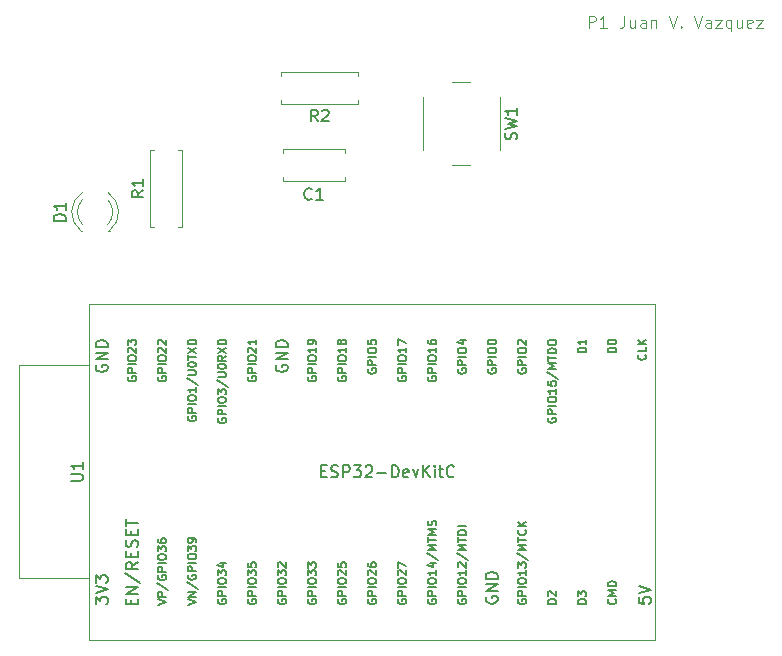
<source format=gto>
%TF.GenerationSoftware,KiCad,Pcbnew,9.0.7*%
%TF.CreationDate,2026-01-31T08:24:15+01:00*%
%TF.ProjectId,p2,70322e6b-6963-4616-945f-706362585858,rev?*%
%TF.SameCoordinates,Original*%
%TF.FileFunction,Legend,Top*%
%TF.FilePolarity,Positive*%
%FSLAX46Y46*%
G04 Gerber Fmt 4.6, Leading zero omitted, Abs format (unit mm)*
G04 Created by KiCad (PCBNEW 9.0.7) date 2026-01-31 08:24:15*
%MOMM*%
%LPD*%
G01*
G04 APERTURE LIST*
%ADD10C,0.100000*%
%ADD11C,0.150000*%
%ADD12C,0.120000*%
G04 APERTURE END LIST*
D10*
X163803884Y-55872419D02*
X163803884Y-54872419D01*
X163803884Y-54872419D02*
X164184836Y-54872419D01*
X164184836Y-54872419D02*
X164280074Y-54920038D01*
X164280074Y-54920038D02*
X164327693Y-54967657D01*
X164327693Y-54967657D02*
X164375312Y-55062895D01*
X164375312Y-55062895D02*
X164375312Y-55205752D01*
X164375312Y-55205752D02*
X164327693Y-55300990D01*
X164327693Y-55300990D02*
X164280074Y-55348609D01*
X164280074Y-55348609D02*
X164184836Y-55396228D01*
X164184836Y-55396228D02*
X163803884Y-55396228D01*
X165327693Y-55872419D02*
X164756265Y-55872419D01*
X165041979Y-55872419D02*
X165041979Y-54872419D01*
X165041979Y-54872419D02*
X164946741Y-55015276D01*
X164946741Y-55015276D02*
X164851503Y-55110514D01*
X164851503Y-55110514D02*
X164756265Y-55158133D01*
X166803884Y-54872419D02*
X166803884Y-55586704D01*
X166803884Y-55586704D02*
X166756265Y-55729561D01*
X166756265Y-55729561D02*
X166661027Y-55824800D01*
X166661027Y-55824800D02*
X166518170Y-55872419D01*
X166518170Y-55872419D02*
X166422932Y-55872419D01*
X167708646Y-55205752D02*
X167708646Y-55872419D01*
X167280075Y-55205752D02*
X167280075Y-55729561D01*
X167280075Y-55729561D02*
X167327694Y-55824800D01*
X167327694Y-55824800D02*
X167422932Y-55872419D01*
X167422932Y-55872419D02*
X167565789Y-55872419D01*
X167565789Y-55872419D02*
X167661027Y-55824800D01*
X167661027Y-55824800D02*
X167708646Y-55777180D01*
X168613408Y-55872419D02*
X168613408Y-55348609D01*
X168613408Y-55348609D02*
X168565789Y-55253371D01*
X168565789Y-55253371D02*
X168470551Y-55205752D01*
X168470551Y-55205752D02*
X168280075Y-55205752D01*
X168280075Y-55205752D02*
X168184837Y-55253371D01*
X168613408Y-55824800D02*
X168518170Y-55872419D01*
X168518170Y-55872419D02*
X168280075Y-55872419D01*
X168280075Y-55872419D02*
X168184837Y-55824800D01*
X168184837Y-55824800D02*
X168137218Y-55729561D01*
X168137218Y-55729561D02*
X168137218Y-55634323D01*
X168137218Y-55634323D02*
X168184837Y-55539085D01*
X168184837Y-55539085D02*
X168280075Y-55491466D01*
X168280075Y-55491466D02*
X168518170Y-55491466D01*
X168518170Y-55491466D02*
X168613408Y-55443847D01*
X169089599Y-55205752D02*
X169089599Y-55872419D01*
X169089599Y-55300990D02*
X169137218Y-55253371D01*
X169137218Y-55253371D02*
X169232456Y-55205752D01*
X169232456Y-55205752D02*
X169375313Y-55205752D01*
X169375313Y-55205752D02*
X169470551Y-55253371D01*
X169470551Y-55253371D02*
X169518170Y-55348609D01*
X169518170Y-55348609D02*
X169518170Y-55872419D01*
X170613409Y-54872419D02*
X170946742Y-55872419D01*
X170946742Y-55872419D02*
X171280075Y-54872419D01*
X171613409Y-55777180D02*
X171661028Y-55824800D01*
X171661028Y-55824800D02*
X171613409Y-55872419D01*
X171613409Y-55872419D02*
X171565790Y-55824800D01*
X171565790Y-55824800D02*
X171613409Y-55777180D01*
X171613409Y-55777180D02*
X171613409Y-55872419D01*
X172708647Y-54872419D02*
X173041980Y-55872419D01*
X173041980Y-55872419D02*
X173375313Y-54872419D01*
X174137218Y-55872419D02*
X174137218Y-55348609D01*
X174137218Y-55348609D02*
X174089599Y-55253371D01*
X174089599Y-55253371D02*
X173994361Y-55205752D01*
X173994361Y-55205752D02*
X173803885Y-55205752D01*
X173803885Y-55205752D02*
X173708647Y-55253371D01*
X174137218Y-55824800D02*
X174041980Y-55872419D01*
X174041980Y-55872419D02*
X173803885Y-55872419D01*
X173803885Y-55872419D02*
X173708647Y-55824800D01*
X173708647Y-55824800D02*
X173661028Y-55729561D01*
X173661028Y-55729561D02*
X173661028Y-55634323D01*
X173661028Y-55634323D02*
X173708647Y-55539085D01*
X173708647Y-55539085D02*
X173803885Y-55491466D01*
X173803885Y-55491466D02*
X174041980Y-55491466D01*
X174041980Y-55491466D02*
X174137218Y-55443847D01*
X174518171Y-55205752D02*
X175041980Y-55205752D01*
X175041980Y-55205752D02*
X174518171Y-55872419D01*
X174518171Y-55872419D02*
X175041980Y-55872419D01*
X175851504Y-55205752D02*
X175851504Y-56205752D01*
X175851504Y-55824800D02*
X175756266Y-55872419D01*
X175756266Y-55872419D02*
X175565790Y-55872419D01*
X175565790Y-55872419D02*
X175470552Y-55824800D01*
X175470552Y-55824800D02*
X175422933Y-55777180D01*
X175422933Y-55777180D02*
X175375314Y-55681942D01*
X175375314Y-55681942D02*
X175375314Y-55396228D01*
X175375314Y-55396228D02*
X175422933Y-55300990D01*
X175422933Y-55300990D02*
X175470552Y-55253371D01*
X175470552Y-55253371D02*
X175565790Y-55205752D01*
X175565790Y-55205752D02*
X175756266Y-55205752D01*
X175756266Y-55205752D02*
X175851504Y-55253371D01*
X176756266Y-55205752D02*
X176756266Y-55872419D01*
X176327695Y-55205752D02*
X176327695Y-55729561D01*
X176327695Y-55729561D02*
X176375314Y-55824800D01*
X176375314Y-55824800D02*
X176470552Y-55872419D01*
X176470552Y-55872419D02*
X176613409Y-55872419D01*
X176613409Y-55872419D02*
X176708647Y-55824800D01*
X176708647Y-55824800D02*
X176756266Y-55777180D01*
X177613409Y-55824800D02*
X177518171Y-55872419D01*
X177518171Y-55872419D02*
X177327695Y-55872419D01*
X177327695Y-55872419D02*
X177232457Y-55824800D01*
X177232457Y-55824800D02*
X177184838Y-55729561D01*
X177184838Y-55729561D02*
X177184838Y-55348609D01*
X177184838Y-55348609D02*
X177232457Y-55253371D01*
X177232457Y-55253371D02*
X177327695Y-55205752D01*
X177327695Y-55205752D02*
X177518171Y-55205752D01*
X177518171Y-55205752D02*
X177613409Y-55253371D01*
X177613409Y-55253371D02*
X177661028Y-55348609D01*
X177661028Y-55348609D02*
X177661028Y-55443847D01*
X177661028Y-55443847D02*
X177184838Y-55539085D01*
X177994362Y-55205752D02*
X178518171Y-55205752D01*
X178518171Y-55205752D02*
X177994362Y-55872419D01*
X177994362Y-55872419D02*
X178518171Y-55872419D01*
D11*
X119951379Y-94261904D02*
X120760902Y-94261904D01*
X120760902Y-94261904D02*
X120856140Y-94214285D01*
X120856140Y-94214285D02*
X120903760Y-94166666D01*
X120903760Y-94166666D02*
X120951379Y-94071428D01*
X120951379Y-94071428D02*
X120951379Y-93880952D01*
X120951379Y-93880952D02*
X120903760Y-93785714D01*
X120903760Y-93785714D02*
X120856140Y-93738095D01*
X120856140Y-93738095D02*
X120760902Y-93690476D01*
X120760902Y-93690476D02*
X119951379Y-93690476D01*
X120951379Y-92690476D02*
X120951379Y-93261904D01*
X120951379Y-92976190D02*
X119951379Y-92976190D01*
X119951379Y-92976190D02*
X120094236Y-93071428D01*
X120094236Y-93071428D02*
X120189474Y-93166666D01*
X120189474Y-93166666D02*
X120237093Y-93261904D01*
X141131322Y-93431009D02*
X141464655Y-93431009D01*
X141607512Y-93954819D02*
X141131322Y-93954819D01*
X141131322Y-93954819D02*
X141131322Y-92954819D01*
X141131322Y-92954819D02*
X141607512Y-92954819D01*
X141988465Y-93907200D02*
X142131322Y-93954819D01*
X142131322Y-93954819D02*
X142369417Y-93954819D01*
X142369417Y-93954819D02*
X142464655Y-93907200D01*
X142464655Y-93907200D02*
X142512274Y-93859580D01*
X142512274Y-93859580D02*
X142559893Y-93764342D01*
X142559893Y-93764342D02*
X142559893Y-93669104D01*
X142559893Y-93669104D02*
X142512274Y-93573866D01*
X142512274Y-93573866D02*
X142464655Y-93526247D01*
X142464655Y-93526247D02*
X142369417Y-93478628D01*
X142369417Y-93478628D02*
X142178941Y-93431009D01*
X142178941Y-93431009D02*
X142083703Y-93383390D01*
X142083703Y-93383390D02*
X142036084Y-93335771D01*
X142036084Y-93335771D02*
X141988465Y-93240533D01*
X141988465Y-93240533D02*
X141988465Y-93145295D01*
X141988465Y-93145295D02*
X142036084Y-93050057D01*
X142036084Y-93050057D02*
X142083703Y-93002438D01*
X142083703Y-93002438D02*
X142178941Y-92954819D01*
X142178941Y-92954819D02*
X142417036Y-92954819D01*
X142417036Y-92954819D02*
X142559893Y-93002438D01*
X142988465Y-93954819D02*
X142988465Y-92954819D01*
X142988465Y-92954819D02*
X143369417Y-92954819D01*
X143369417Y-92954819D02*
X143464655Y-93002438D01*
X143464655Y-93002438D02*
X143512274Y-93050057D01*
X143512274Y-93050057D02*
X143559893Y-93145295D01*
X143559893Y-93145295D02*
X143559893Y-93288152D01*
X143559893Y-93288152D02*
X143512274Y-93383390D01*
X143512274Y-93383390D02*
X143464655Y-93431009D01*
X143464655Y-93431009D02*
X143369417Y-93478628D01*
X143369417Y-93478628D02*
X142988465Y-93478628D01*
X143893227Y-92954819D02*
X144512274Y-92954819D01*
X144512274Y-92954819D02*
X144178941Y-93335771D01*
X144178941Y-93335771D02*
X144321798Y-93335771D01*
X144321798Y-93335771D02*
X144417036Y-93383390D01*
X144417036Y-93383390D02*
X144464655Y-93431009D01*
X144464655Y-93431009D02*
X144512274Y-93526247D01*
X144512274Y-93526247D02*
X144512274Y-93764342D01*
X144512274Y-93764342D02*
X144464655Y-93859580D01*
X144464655Y-93859580D02*
X144417036Y-93907200D01*
X144417036Y-93907200D02*
X144321798Y-93954819D01*
X144321798Y-93954819D02*
X144036084Y-93954819D01*
X144036084Y-93954819D02*
X143940846Y-93907200D01*
X143940846Y-93907200D02*
X143893227Y-93859580D01*
X144893227Y-93050057D02*
X144940846Y-93002438D01*
X144940846Y-93002438D02*
X145036084Y-92954819D01*
X145036084Y-92954819D02*
X145274179Y-92954819D01*
X145274179Y-92954819D02*
X145369417Y-93002438D01*
X145369417Y-93002438D02*
X145417036Y-93050057D01*
X145417036Y-93050057D02*
X145464655Y-93145295D01*
X145464655Y-93145295D02*
X145464655Y-93240533D01*
X145464655Y-93240533D02*
X145417036Y-93383390D01*
X145417036Y-93383390D02*
X144845608Y-93954819D01*
X144845608Y-93954819D02*
X145464655Y-93954819D01*
X145893227Y-93573866D02*
X146655132Y-93573866D01*
X147131322Y-93954819D02*
X147131322Y-92954819D01*
X147131322Y-92954819D02*
X147369417Y-92954819D01*
X147369417Y-92954819D02*
X147512274Y-93002438D01*
X147512274Y-93002438D02*
X147607512Y-93097676D01*
X147607512Y-93097676D02*
X147655131Y-93192914D01*
X147655131Y-93192914D02*
X147702750Y-93383390D01*
X147702750Y-93383390D02*
X147702750Y-93526247D01*
X147702750Y-93526247D02*
X147655131Y-93716723D01*
X147655131Y-93716723D02*
X147607512Y-93811961D01*
X147607512Y-93811961D02*
X147512274Y-93907200D01*
X147512274Y-93907200D02*
X147369417Y-93954819D01*
X147369417Y-93954819D02*
X147131322Y-93954819D01*
X148512274Y-93907200D02*
X148417036Y-93954819D01*
X148417036Y-93954819D02*
X148226560Y-93954819D01*
X148226560Y-93954819D02*
X148131322Y-93907200D01*
X148131322Y-93907200D02*
X148083703Y-93811961D01*
X148083703Y-93811961D02*
X148083703Y-93431009D01*
X148083703Y-93431009D02*
X148131322Y-93335771D01*
X148131322Y-93335771D02*
X148226560Y-93288152D01*
X148226560Y-93288152D02*
X148417036Y-93288152D01*
X148417036Y-93288152D02*
X148512274Y-93335771D01*
X148512274Y-93335771D02*
X148559893Y-93431009D01*
X148559893Y-93431009D02*
X148559893Y-93526247D01*
X148559893Y-93526247D02*
X148083703Y-93621485D01*
X148893227Y-93288152D02*
X149131322Y-93954819D01*
X149131322Y-93954819D02*
X149369417Y-93288152D01*
X149750370Y-93954819D02*
X149750370Y-92954819D01*
X150321798Y-93954819D02*
X149893227Y-93383390D01*
X150321798Y-92954819D02*
X149750370Y-93526247D01*
X150750370Y-93954819D02*
X150750370Y-93288152D01*
X150750370Y-92954819D02*
X150702751Y-93002438D01*
X150702751Y-93002438D02*
X150750370Y-93050057D01*
X150750370Y-93050057D02*
X150797989Y-93002438D01*
X150797989Y-93002438D02*
X150750370Y-92954819D01*
X150750370Y-92954819D02*
X150750370Y-93050057D01*
X151083703Y-93288152D02*
X151464655Y-93288152D01*
X151226560Y-92954819D02*
X151226560Y-93811961D01*
X151226560Y-93811961D02*
X151274179Y-93907200D01*
X151274179Y-93907200D02*
X151369417Y-93954819D01*
X151369417Y-93954819D02*
X151464655Y-93954819D01*
X152369417Y-93859580D02*
X152321798Y-93907200D01*
X152321798Y-93907200D02*
X152178941Y-93954819D01*
X152178941Y-93954819D02*
X152083703Y-93954819D01*
X152083703Y-93954819D02*
X151940846Y-93907200D01*
X151940846Y-93907200D02*
X151845608Y-93811961D01*
X151845608Y-93811961D02*
X151797989Y-93716723D01*
X151797989Y-93716723D02*
X151750370Y-93526247D01*
X151750370Y-93526247D02*
X151750370Y-93383390D01*
X151750370Y-93383390D02*
X151797989Y-93192914D01*
X151797989Y-93192914D02*
X151845608Y-93097676D01*
X151845608Y-93097676D02*
X151940846Y-93002438D01*
X151940846Y-93002438D02*
X152083703Y-92954819D01*
X152083703Y-92954819D02*
X152178941Y-92954819D01*
X152178941Y-92954819D02*
X152321798Y-93002438D01*
X152321798Y-93002438D02*
X152369417Y-93050057D01*
X152725926Y-104297982D02*
X152692593Y-104364649D01*
X152692593Y-104364649D02*
X152692593Y-104464649D01*
X152692593Y-104464649D02*
X152725926Y-104564649D01*
X152725926Y-104564649D02*
X152792593Y-104631316D01*
X152792593Y-104631316D02*
X152859260Y-104664649D01*
X152859260Y-104664649D02*
X152992593Y-104697982D01*
X152992593Y-104697982D02*
X153092593Y-104697982D01*
X153092593Y-104697982D02*
X153225926Y-104664649D01*
X153225926Y-104664649D02*
X153292593Y-104631316D01*
X153292593Y-104631316D02*
X153359260Y-104564649D01*
X153359260Y-104564649D02*
X153392593Y-104464649D01*
X153392593Y-104464649D02*
X153392593Y-104397982D01*
X153392593Y-104397982D02*
X153359260Y-104297982D01*
X153359260Y-104297982D02*
X153325926Y-104264649D01*
X153325926Y-104264649D02*
X153092593Y-104264649D01*
X153092593Y-104264649D02*
X153092593Y-104397982D01*
X153392593Y-103964649D02*
X152692593Y-103964649D01*
X152692593Y-103964649D02*
X152692593Y-103697982D01*
X152692593Y-103697982D02*
X152725926Y-103631316D01*
X152725926Y-103631316D02*
X152759260Y-103597982D01*
X152759260Y-103597982D02*
X152825926Y-103564649D01*
X152825926Y-103564649D02*
X152925926Y-103564649D01*
X152925926Y-103564649D02*
X152992593Y-103597982D01*
X152992593Y-103597982D02*
X153025926Y-103631316D01*
X153025926Y-103631316D02*
X153059260Y-103697982D01*
X153059260Y-103697982D02*
X153059260Y-103964649D01*
X153392593Y-103264649D02*
X152692593Y-103264649D01*
X152692593Y-102797983D02*
X152692593Y-102664649D01*
X152692593Y-102664649D02*
X152725926Y-102597983D01*
X152725926Y-102597983D02*
X152792593Y-102531316D01*
X152792593Y-102531316D02*
X152925926Y-102497983D01*
X152925926Y-102497983D02*
X153159260Y-102497983D01*
X153159260Y-102497983D02*
X153292593Y-102531316D01*
X153292593Y-102531316D02*
X153359260Y-102597983D01*
X153359260Y-102597983D02*
X153392593Y-102664649D01*
X153392593Y-102664649D02*
X153392593Y-102797983D01*
X153392593Y-102797983D02*
X153359260Y-102864649D01*
X153359260Y-102864649D02*
X153292593Y-102931316D01*
X153292593Y-102931316D02*
X153159260Y-102964649D01*
X153159260Y-102964649D02*
X152925926Y-102964649D01*
X152925926Y-102964649D02*
X152792593Y-102931316D01*
X152792593Y-102931316D02*
X152725926Y-102864649D01*
X152725926Y-102864649D02*
X152692593Y-102797983D01*
X153392593Y-101831316D02*
X153392593Y-102231316D01*
X153392593Y-102031316D02*
X152692593Y-102031316D01*
X152692593Y-102031316D02*
X152792593Y-102097983D01*
X152792593Y-102097983D02*
X152859260Y-102164650D01*
X152859260Y-102164650D02*
X152892593Y-102231316D01*
X152759260Y-101564649D02*
X152725926Y-101531316D01*
X152725926Y-101531316D02*
X152692593Y-101464649D01*
X152692593Y-101464649D02*
X152692593Y-101297983D01*
X152692593Y-101297983D02*
X152725926Y-101231316D01*
X152725926Y-101231316D02*
X152759260Y-101197983D01*
X152759260Y-101197983D02*
X152825926Y-101164649D01*
X152825926Y-101164649D02*
X152892593Y-101164649D01*
X152892593Y-101164649D02*
X152992593Y-101197983D01*
X152992593Y-101197983D02*
X153392593Y-101597983D01*
X153392593Y-101597983D02*
X153392593Y-101164649D01*
X152659260Y-100364649D02*
X153559260Y-100964649D01*
X153392593Y-100131316D02*
X152692593Y-100131316D01*
X152692593Y-100131316D02*
X153192593Y-99897983D01*
X153192593Y-99897983D02*
X152692593Y-99664649D01*
X152692593Y-99664649D02*
X153392593Y-99664649D01*
X152692593Y-99431316D02*
X152692593Y-99031316D01*
X153392593Y-99231316D02*
X152692593Y-99231316D01*
X153392593Y-98797983D02*
X152692593Y-98797983D01*
X152692593Y-98797983D02*
X152692593Y-98631316D01*
X152692593Y-98631316D02*
X152725926Y-98531316D01*
X152725926Y-98531316D02*
X152792593Y-98464650D01*
X152792593Y-98464650D02*
X152859260Y-98431316D01*
X152859260Y-98431316D02*
X152992593Y-98397983D01*
X152992593Y-98397983D02*
X153092593Y-98397983D01*
X153092593Y-98397983D02*
X153225926Y-98431316D01*
X153225926Y-98431316D02*
X153292593Y-98464650D01*
X153292593Y-98464650D02*
X153359260Y-98531316D01*
X153359260Y-98531316D02*
X153392593Y-98631316D01*
X153392593Y-98631316D02*
X153392593Y-98797983D01*
X153392593Y-98097983D02*
X152692593Y-98097983D01*
X163552593Y-83368684D02*
X162852593Y-83368684D01*
X162852593Y-83368684D02*
X162852593Y-83202017D01*
X162852593Y-83202017D02*
X162885926Y-83102017D01*
X162885926Y-83102017D02*
X162952593Y-83035351D01*
X162952593Y-83035351D02*
X163019260Y-83002017D01*
X163019260Y-83002017D02*
X163152593Y-82968684D01*
X163152593Y-82968684D02*
X163252593Y-82968684D01*
X163252593Y-82968684D02*
X163385926Y-83002017D01*
X163385926Y-83002017D02*
X163452593Y-83035351D01*
X163452593Y-83035351D02*
X163519260Y-83102017D01*
X163519260Y-83102017D02*
X163552593Y-83202017D01*
X163552593Y-83202017D02*
X163552593Y-83368684D01*
X163552593Y-82302017D02*
X163552593Y-82702017D01*
X163552593Y-82502017D02*
X162852593Y-82502017D01*
X162852593Y-82502017D02*
X162952593Y-82568684D01*
X162952593Y-82568684D02*
X163019260Y-82635351D01*
X163019260Y-82635351D02*
X163052593Y-82702017D01*
X157805926Y-84768683D02*
X157772593Y-84835350D01*
X157772593Y-84835350D02*
X157772593Y-84935350D01*
X157772593Y-84935350D02*
X157805926Y-85035350D01*
X157805926Y-85035350D02*
X157872593Y-85102017D01*
X157872593Y-85102017D02*
X157939260Y-85135350D01*
X157939260Y-85135350D02*
X158072593Y-85168683D01*
X158072593Y-85168683D02*
X158172593Y-85168683D01*
X158172593Y-85168683D02*
X158305926Y-85135350D01*
X158305926Y-85135350D02*
X158372593Y-85102017D01*
X158372593Y-85102017D02*
X158439260Y-85035350D01*
X158439260Y-85035350D02*
X158472593Y-84935350D01*
X158472593Y-84935350D02*
X158472593Y-84868683D01*
X158472593Y-84868683D02*
X158439260Y-84768683D01*
X158439260Y-84768683D02*
X158405926Y-84735350D01*
X158405926Y-84735350D02*
X158172593Y-84735350D01*
X158172593Y-84735350D02*
X158172593Y-84868683D01*
X158472593Y-84435350D02*
X157772593Y-84435350D01*
X157772593Y-84435350D02*
X157772593Y-84168683D01*
X157772593Y-84168683D02*
X157805926Y-84102017D01*
X157805926Y-84102017D02*
X157839260Y-84068683D01*
X157839260Y-84068683D02*
X157905926Y-84035350D01*
X157905926Y-84035350D02*
X158005926Y-84035350D01*
X158005926Y-84035350D02*
X158072593Y-84068683D01*
X158072593Y-84068683D02*
X158105926Y-84102017D01*
X158105926Y-84102017D02*
X158139260Y-84168683D01*
X158139260Y-84168683D02*
X158139260Y-84435350D01*
X158472593Y-83735350D02*
X157772593Y-83735350D01*
X157772593Y-83268684D02*
X157772593Y-83135350D01*
X157772593Y-83135350D02*
X157805926Y-83068684D01*
X157805926Y-83068684D02*
X157872593Y-83002017D01*
X157872593Y-83002017D02*
X158005926Y-82968684D01*
X158005926Y-82968684D02*
X158239260Y-82968684D01*
X158239260Y-82968684D02*
X158372593Y-83002017D01*
X158372593Y-83002017D02*
X158439260Y-83068684D01*
X158439260Y-83068684D02*
X158472593Y-83135350D01*
X158472593Y-83135350D02*
X158472593Y-83268684D01*
X158472593Y-83268684D02*
X158439260Y-83335350D01*
X158439260Y-83335350D02*
X158372593Y-83402017D01*
X158372593Y-83402017D02*
X158239260Y-83435350D01*
X158239260Y-83435350D02*
X158005926Y-83435350D01*
X158005926Y-83435350D02*
X157872593Y-83402017D01*
X157872593Y-83402017D02*
X157805926Y-83335350D01*
X157805926Y-83335350D02*
X157772593Y-83268684D01*
X157839260Y-82702017D02*
X157805926Y-82668684D01*
X157805926Y-82668684D02*
X157772593Y-82602017D01*
X157772593Y-82602017D02*
X157772593Y-82435351D01*
X157772593Y-82435351D02*
X157805926Y-82368684D01*
X157805926Y-82368684D02*
X157839260Y-82335351D01*
X157839260Y-82335351D02*
X157905926Y-82302017D01*
X157905926Y-82302017D02*
X157972593Y-82302017D01*
X157972593Y-82302017D02*
X158072593Y-82335351D01*
X158072593Y-82335351D02*
X158472593Y-82735351D01*
X158472593Y-82735351D02*
X158472593Y-82302017D01*
X129832593Y-104764649D02*
X130532593Y-104531316D01*
X130532593Y-104531316D02*
X129832593Y-104297982D01*
X130532593Y-104064649D02*
X129832593Y-104064649D01*
X129832593Y-104064649D02*
X130532593Y-103664649D01*
X130532593Y-103664649D02*
X129832593Y-103664649D01*
X129799260Y-102831316D02*
X130699260Y-103431316D01*
X129865926Y-102231316D02*
X129832593Y-102297983D01*
X129832593Y-102297983D02*
X129832593Y-102397983D01*
X129832593Y-102397983D02*
X129865926Y-102497983D01*
X129865926Y-102497983D02*
X129932593Y-102564650D01*
X129932593Y-102564650D02*
X129999260Y-102597983D01*
X129999260Y-102597983D02*
X130132593Y-102631316D01*
X130132593Y-102631316D02*
X130232593Y-102631316D01*
X130232593Y-102631316D02*
X130365926Y-102597983D01*
X130365926Y-102597983D02*
X130432593Y-102564650D01*
X130432593Y-102564650D02*
X130499260Y-102497983D01*
X130499260Y-102497983D02*
X130532593Y-102397983D01*
X130532593Y-102397983D02*
X130532593Y-102331316D01*
X130532593Y-102331316D02*
X130499260Y-102231316D01*
X130499260Y-102231316D02*
X130465926Y-102197983D01*
X130465926Y-102197983D02*
X130232593Y-102197983D01*
X130232593Y-102197983D02*
X130232593Y-102331316D01*
X130532593Y-101897983D02*
X129832593Y-101897983D01*
X129832593Y-101897983D02*
X129832593Y-101631316D01*
X129832593Y-101631316D02*
X129865926Y-101564650D01*
X129865926Y-101564650D02*
X129899260Y-101531316D01*
X129899260Y-101531316D02*
X129965926Y-101497983D01*
X129965926Y-101497983D02*
X130065926Y-101497983D01*
X130065926Y-101497983D02*
X130132593Y-101531316D01*
X130132593Y-101531316D02*
X130165926Y-101564650D01*
X130165926Y-101564650D02*
X130199260Y-101631316D01*
X130199260Y-101631316D02*
X130199260Y-101897983D01*
X130532593Y-101197983D02*
X129832593Y-101197983D01*
X129832593Y-100731317D02*
X129832593Y-100597983D01*
X129832593Y-100597983D02*
X129865926Y-100531317D01*
X129865926Y-100531317D02*
X129932593Y-100464650D01*
X129932593Y-100464650D02*
X130065926Y-100431317D01*
X130065926Y-100431317D02*
X130299260Y-100431317D01*
X130299260Y-100431317D02*
X130432593Y-100464650D01*
X130432593Y-100464650D02*
X130499260Y-100531317D01*
X130499260Y-100531317D02*
X130532593Y-100597983D01*
X130532593Y-100597983D02*
X130532593Y-100731317D01*
X130532593Y-100731317D02*
X130499260Y-100797983D01*
X130499260Y-100797983D02*
X130432593Y-100864650D01*
X130432593Y-100864650D02*
X130299260Y-100897983D01*
X130299260Y-100897983D02*
X130065926Y-100897983D01*
X130065926Y-100897983D02*
X129932593Y-100864650D01*
X129932593Y-100864650D02*
X129865926Y-100797983D01*
X129865926Y-100797983D02*
X129832593Y-100731317D01*
X129832593Y-100197984D02*
X129832593Y-99764650D01*
X129832593Y-99764650D02*
X130099260Y-99997984D01*
X130099260Y-99997984D02*
X130099260Y-99897984D01*
X130099260Y-99897984D02*
X130132593Y-99831317D01*
X130132593Y-99831317D02*
X130165926Y-99797984D01*
X130165926Y-99797984D02*
X130232593Y-99764650D01*
X130232593Y-99764650D02*
X130399260Y-99764650D01*
X130399260Y-99764650D02*
X130465926Y-99797984D01*
X130465926Y-99797984D02*
X130499260Y-99831317D01*
X130499260Y-99831317D02*
X130532593Y-99897984D01*
X130532593Y-99897984D02*
X130532593Y-100097984D01*
X130532593Y-100097984D02*
X130499260Y-100164650D01*
X130499260Y-100164650D02*
X130465926Y-100197984D01*
X130532593Y-99431317D02*
X130532593Y-99297983D01*
X130532593Y-99297983D02*
X130499260Y-99231317D01*
X130499260Y-99231317D02*
X130465926Y-99197983D01*
X130465926Y-99197983D02*
X130365926Y-99131317D01*
X130365926Y-99131317D02*
X130232593Y-99097983D01*
X130232593Y-99097983D02*
X129965926Y-99097983D01*
X129965926Y-99097983D02*
X129899260Y-99131317D01*
X129899260Y-99131317D02*
X129865926Y-99164650D01*
X129865926Y-99164650D02*
X129832593Y-99231317D01*
X129832593Y-99231317D02*
X129832593Y-99364650D01*
X129832593Y-99364650D02*
X129865926Y-99431317D01*
X129865926Y-99431317D02*
X129899260Y-99464650D01*
X129899260Y-99464650D02*
X129965926Y-99497983D01*
X129965926Y-99497983D02*
X130132593Y-99497983D01*
X130132593Y-99497983D02*
X130199260Y-99464650D01*
X130199260Y-99464650D02*
X130232593Y-99431317D01*
X130232593Y-99431317D02*
X130265926Y-99364650D01*
X130265926Y-99364650D02*
X130265926Y-99231317D01*
X130265926Y-99231317D02*
X130232593Y-99164650D01*
X130232593Y-99164650D02*
X130199260Y-99131317D01*
X130199260Y-99131317D02*
X130132593Y-99097983D01*
X157805926Y-104297982D02*
X157772593Y-104364649D01*
X157772593Y-104364649D02*
X157772593Y-104464649D01*
X157772593Y-104464649D02*
X157805926Y-104564649D01*
X157805926Y-104564649D02*
X157872593Y-104631316D01*
X157872593Y-104631316D02*
X157939260Y-104664649D01*
X157939260Y-104664649D02*
X158072593Y-104697982D01*
X158072593Y-104697982D02*
X158172593Y-104697982D01*
X158172593Y-104697982D02*
X158305926Y-104664649D01*
X158305926Y-104664649D02*
X158372593Y-104631316D01*
X158372593Y-104631316D02*
X158439260Y-104564649D01*
X158439260Y-104564649D02*
X158472593Y-104464649D01*
X158472593Y-104464649D02*
X158472593Y-104397982D01*
X158472593Y-104397982D02*
X158439260Y-104297982D01*
X158439260Y-104297982D02*
X158405926Y-104264649D01*
X158405926Y-104264649D02*
X158172593Y-104264649D01*
X158172593Y-104264649D02*
X158172593Y-104397982D01*
X158472593Y-103964649D02*
X157772593Y-103964649D01*
X157772593Y-103964649D02*
X157772593Y-103697982D01*
X157772593Y-103697982D02*
X157805926Y-103631316D01*
X157805926Y-103631316D02*
X157839260Y-103597982D01*
X157839260Y-103597982D02*
X157905926Y-103564649D01*
X157905926Y-103564649D02*
X158005926Y-103564649D01*
X158005926Y-103564649D02*
X158072593Y-103597982D01*
X158072593Y-103597982D02*
X158105926Y-103631316D01*
X158105926Y-103631316D02*
X158139260Y-103697982D01*
X158139260Y-103697982D02*
X158139260Y-103964649D01*
X158472593Y-103264649D02*
X157772593Y-103264649D01*
X157772593Y-102797983D02*
X157772593Y-102664649D01*
X157772593Y-102664649D02*
X157805926Y-102597983D01*
X157805926Y-102597983D02*
X157872593Y-102531316D01*
X157872593Y-102531316D02*
X158005926Y-102497983D01*
X158005926Y-102497983D02*
X158239260Y-102497983D01*
X158239260Y-102497983D02*
X158372593Y-102531316D01*
X158372593Y-102531316D02*
X158439260Y-102597983D01*
X158439260Y-102597983D02*
X158472593Y-102664649D01*
X158472593Y-102664649D02*
X158472593Y-102797983D01*
X158472593Y-102797983D02*
X158439260Y-102864649D01*
X158439260Y-102864649D02*
X158372593Y-102931316D01*
X158372593Y-102931316D02*
X158239260Y-102964649D01*
X158239260Y-102964649D02*
X158005926Y-102964649D01*
X158005926Y-102964649D02*
X157872593Y-102931316D01*
X157872593Y-102931316D02*
X157805926Y-102864649D01*
X157805926Y-102864649D02*
X157772593Y-102797983D01*
X158472593Y-101831316D02*
X158472593Y-102231316D01*
X158472593Y-102031316D02*
X157772593Y-102031316D01*
X157772593Y-102031316D02*
X157872593Y-102097983D01*
X157872593Y-102097983D02*
X157939260Y-102164650D01*
X157939260Y-102164650D02*
X157972593Y-102231316D01*
X157772593Y-101597983D02*
X157772593Y-101164649D01*
X157772593Y-101164649D02*
X158039260Y-101397983D01*
X158039260Y-101397983D02*
X158039260Y-101297983D01*
X158039260Y-101297983D02*
X158072593Y-101231316D01*
X158072593Y-101231316D02*
X158105926Y-101197983D01*
X158105926Y-101197983D02*
X158172593Y-101164649D01*
X158172593Y-101164649D02*
X158339260Y-101164649D01*
X158339260Y-101164649D02*
X158405926Y-101197983D01*
X158405926Y-101197983D02*
X158439260Y-101231316D01*
X158439260Y-101231316D02*
X158472593Y-101297983D01*
X158472593Y-101297983D02*
X158472593Y-101497983D01*
X158472593Y-101497983D02*
X158439260Y-101564649D01*
X158439260Y-101564649D02*
X158405926Y-101597983D01*
X157739260Y-100364649D02*
X158639260Y-100964649D01*
X158472593Y-100131316D02*
X157772593Y-100131316D01*
X157772593Y-100131316D02*
X158272593Y-99897983D01*
X158272593Y-99897983D02*
X157772593Y-99664649D01*
X157772593Y-99664649D02*
X158472593Y-99664649D01*
X157772593Y-99431316D02*
X157772593Y-99031316D01*
X158472593Y-99231316D02*
X157772593Y-99231316D01*
X158405926Y-98397983D02*
X158439260Y-98431316D01*
X158439260Y-98431316D02*
X158472593Y-98531316D01*
X158472593Y-98531316D02*
X158472593Y-98597983D01*
X158472593Y-98597983D02*
X158439260Y-98697983D01*
X158439260Y-98697983D02*
X158372593Y-98764650D01*
X158372593Y-98764650D02*
X158305926Y-98797983D01*
X158305926Y-98797983D02*
X158172593Y-98831316D01*
X158172593Y-98831316D02*
X158072593Y-98831316D01*
X158072593Y-98831316D02*
X157939260Y-98797983D01*
X157939260Y-98797983D02*
X157872593Y-98764650D01*
X157872593Y-98764650D02*
X157805926Y-98697983D01*
X157805926Y-98697983D02*
X157772593Y-98597983D01*
X157772593Y-98597983D02*
X157772593Y-98531316D01*
X157772593Y-98531316D02*
X157805926Y-98431316D01*
X157805926Y-98431316D02*
X157839260Y-98397983D01*
X158472593Y-98097983D02*
X157772593Y-98097983D01*
X158472593Y-97697983D02*
X158072593Y-97997983D01*
X157772593Y-97697983D02*
X158172593Y-98097983D01*
X127325926Y-85435350D02*
X127292593Y-85502017D01*
X127292593Y-85502017D02*
X127292593Y-85602017D01*
X127292593Y-85602017D02*
X127325926Y-85702017D01*
X127325926Y-85702017D02*
X127392593Y-85768684D01*
X127392593Y-85768684D02*
X127459260Y-85802017D01*
X127459260Y-85802017D02*
X127592593Y-85835350D01*
X127592593Y-85835350D02*
X127692593Y-85835350D01*
X127692593Y-85835350D02*
X127825926Y-85802017D01*
X127825926Y-85802017D02*
X127892593Y-85768684D01*
X127892593Y-85768684D02*
X127959260Y-85702017D01*
X127959260Y-85702017D02*
X127992593Y-85602017D01*
X127992593Y-85602017D02*
X127992593Y-85535350D01*
X127992593Y-85535350D02*
X127959260Y-85435350D01*
X127959260Y-85435350D02*
X127925926Y-85402017D01*
X127925926Y-85402017D02*
X127692593Y-85402017D01*
X127692593Y-85402017D02*
X127692593Y-85535350D01*
X127992593Y-85102017D02*
X127292593Y-85102017D01*
X127292593Y-85102017D02*
X127292593Y-84835350D01*
X127292593Y-84835350D02*
X127325926Y-84768684D01*
X127325926Y-84768684D02*
X127359260Y-84735350D01*
X127359260Y-84735350D02*
X127425926Y-84702017D01*
X127425926Y-84702017D02*
X127525926Y-84702017D01*
X127525926Y-84702017D02*
X127592593Y-84735350D01*
X127592593Y-84735350D02*
X127625926Y-84768684D01*
X127625926Y-84768684D02*
X127659260Y-84835350D01*
X127659260Y-84835350D02*
X127659260Y-85102017D01*
X127992593Y-84402017D02*
X127292593Y-84402017D01*
X127292593Y-83935351D02*
X127292593Y-83802017D01*
X127292593Y-83802017D02*
X127325926Y-83735351D01*
X127325926Y-83735351D02*
X127392593Y-83668684D01*
X127392593Y-83668684D02*
X127525926Y-83635351D01*
X127525926Y-83635351D02*
X127759260Y-83635351D01*
X127759260Y-83635351D02*
X127892593Y-83668684D01*
X127892593Y-83668684D02*
X127959260Y-83735351D01*
X127959260Y-83735351D02*
X127992593Y-83802017D01*
X127992593Y-83802017D02*
X127992593Y-83935351D01*
X127992593Y-83935351D02*
X127959260Y-84002017D01*
X127959260Y-84002017D02*
X127892593Y-84068684D01*
X127892593Y-84068684D02*
X127759260Y-84102017D01*
X127759260Y-84102017D02*
X127525926Y-84102017D01*
X127525926Y-84102017D02*
X127392593Y-84068684D01*
X127392593Y-84068684D02*
X127325926Y-84002017D01*
X127325926Y-84002017D02*
X127292593Y-83935351D01*
X127359260Y-83368684D02*
X127325926Y-83335351D01*
X127325926Y-83335351D02*
X127292593Y-83268684D01*
X127292593Y-83268684D02*
X127292593Y-83102018D01*
X127292593Y-83102018D02*
X127325926Y-83035351D01*
X127325926Y-83035351D02*
X127359260Y-83002018D01*
X127359260Y-83002018D02*
X127425926Y-82968684D01*
X127425926Y-82968684D02*
X127492593Y-82968684D01*
X127492593Y-82968684D02*
X127592593Y-83002018D01*
X127592593Y-83002018D02*
X127992593Y-83402018D01*
X127992593Y-83402018D02*
X127992593Y-82968684D01*
X127359260Y-82702017D02*
X127325926Y-82668684D01*
X127325926Y-82668684D02*
X127292593Y-82602017D01*
X127292593Y-82602017D02*
X127292593Y-82435351D01*
X127292593Y-82435351D02*
X127325926Y-82368684D01*
X127325926Y-82368684D02*
X127359260Y-82335351D01*
X127359260Y-82335351D02*
X127425926Y-82302017D01*
X127425926Y-82302017D02*
X127492593Y-82302017D01*
X127492593Y-82302017D02*
X127592593Y-82335351D01*
X127592593Y-82335351D02*
X127992593Y-82735351D01*
X127992593Y-82735351D02*
X127992593Y-82302017D01*
X155118998Y-104069411D02*
X155071379Y-104164649D01*
X155071379Y-104164649D02*
X155071379Y-104307506D01*
X155071379Y-104307506D02*
X155118998Y-104450363D01*
X155118998Y-104450363D02*
X155214236Y-104545601D01*
X155214236Y-104545601D02*
X155309474Y-104593220D01*
X155309474Y-104593220D02*
X155499950Y-104640839D01*
X155499950Y-104640839D02*
X155642807Y-104640839D01*
X155642807Y-104640839D02*
X155833283Y-104593220D01*
X155833283Y-104593220D02*
X155928521Y-104545601D01*
X155928521Y-104545601D02*
X156023760Y-104450363D01*
X156023760Y-104450363D02*
X156071379Y-104307506D01*
X156071379Y-104307506D02*
X156071379Y-104212268D01*
X156071379Y-104212268D02*
X156023760Y-104069411D01*
X156023760Y-104069411D02*
X155976140Y-104021792D01*
X155976140Y-104021792D02*
X155642807Y-104021792D01*
X155642807Y-104021792D02*
X155642807Y-104212268D01*
X156071379Y-103593220D02*
X155071379Y-103593220D01*
X155071379Y-103593220D02*
X156071379Y-103021792D01*
X156071379Y-103021792D02*
X155071379Y-103021792D01*
X156071379Y-102545601D02*
X155071379Y-102545601D01*
X155071379Y-102545601D02*
X155071379Y-102307506D01*
X155071379Y-102307506D02*
X155118998Y-102164649D01*
X155118998Y-102164649D02*
X155214236Y-102069411D01*
X155214236Y-102069411D02*
X155309474Y-102021792D01*
X155309474Y-102021792D02*
X155499950Y-101974173D01*
X155499950Y-101974173D02*
X155642807Y-101974173D01*
X155642807Y-101974173D02*
X155833283Y-102021792D01*
X155833283Y-102021792D02*
X155928521Y-102069411D01*
X155928521Y-102069411D02*
X156023760Y-102164649D01*
X156023760Y-102164649D02*
X156071379Y-102307506D01*
X156071379Y-102307506D02*
X156071379Y-102545601D01*
X137485926Y-104297982D02*
X137452593Y-104364649D01*
X137452593Y-104364649D02*
X137452593Y-104464649D01*
X137452593Y-104464649D02*
X137485926Y-104564649D01*
X137485926Y-104564649D02*
X137552593Y-104631316D01*
X137552593Y-104631316D02*
X137619260Y-104664649D01*
X137619260Y-104664649D02*
X137752593Y-104697982D01*
X137752593Y-104697982D02*
X137852593Y-104697982D01*
X137852593Y-104697982D02*
X137985926Y-104664649D01*
X137985926Y-104664649D02*
X138052593Y-104631316D01*
X138052593Y-104631316D02*
X138119260Y-104564649D01*
X138119260Y-104564649D02*
X138152593Y-104464649D01*
X138152593Y-104464649D02*
X138152593Y-104397982D01*
X138152593Y-104397982D02*
X138119260Y-104297982D01*
X138119260Y-104297982D02*
X138085926Y-104264649D01*
X138085926Y-104264649D02*
X137852593Y-104264649D01*
X137852593Y-104264649D02*
X137852593Y-104397982D01*
X138152593Y-103964649D02*
X137452593Y-103964649D01*
X137452593Y-103964649D02*
X137452593Y-103697982D01*
X137452593Y-103697982D02*
X137485926Y-103631316D01*
X137485926Y-103631316D02*
X137519260Y-103597982D01*
X137519260Y-103597982D02*
X137585926Y-103564649D01*
X137585926Y-103564649D02*
X137685926Y-103564649D01*
X137685926Y-103564649D02*
X137752593Y-103597982D01*
X137752593Y-103597982D02*
X137785926Y-103631316D01*
X137785926Y-103631316D02*
X137819260Y-103697982D01*
X137819260Y-103697982D02*
X137819260Y-103964649D01*
X138152593Y-103264649D02*
X137452593Y-103264649D01*
X137452593Y-102797983D02*
X137452593Y-102664649D01*
X137452593Y-102664649D02*
X137485926Y-102597983D01*
X137485926Y-102597983D02*
X137552593Y-102531316D01*
X137552593Y-102531316D02*
X137685926Y-102497983D01*
X137685926Y-102497983D02*
X137919260Y-102497983D01*
X137919260Y-102497983D02*
X138052593Y-102531316D01*
X138052593Y-102531316D02*
X138119260Y-102597983D01*
X138119260Y-102597983D02*
X138152593Y-102664649D01*
X138152593Y-102664649D02*
X138152593Y-102797983D01*
X138152593Y-102797983D02*
X138119260Y-102864649D01*
X138119260Y-102864649D02*
X138052593Y-102931316D01*
X138052593Y-102931316D02*
X137919260Y-102964649D01*
X137919260Y-102964649D02*
X137685926Y-102964649D01*
X137685926Y-102964649D02*
X137552593Y-102931316D01*
X137552593Y-102931316D02*
X137485926Y-102864649D01*
X137485926Y-102864649D02*
X137452593Y-102797983D01*
X137452593Y-102264650D02*
X137452593Y-101831316D01*
X137452593Y-101831316D02*
X137719260Y-102064650D01*
X137719260Y-102064650D02*
X137719260Y-101964650D01*
X137719260Y-101964650D02*
X137752593Y-101897983D01*
X137752593Y-101897983D02*
X137785926Y-101864650D01*
X137785926Y-101864650D02*
X137852593Y-101831316D01*
X137852593Y-101831316D02*
X138019260Y-101831316D01*
X138019260Y-101831316D02*
X138085926Y-101864650D01*
X138085926Y-101864650D02*
X138119260Y-101897983D01*
X138119260Y-101897983D02*
X138152593Y-101964650D01*
X138152593Y-101964650D02*
X138152593Y-102164650D01*
X138152593Y-102164650D02*
X138119260Y-102231316D01*
X138119260Y-102231316D02*
X138085926Y-102264650D01*
X137519260Y-101564649D02*
X137485926Y-101531316D01*
X137485926Y-101531316D02*
X137452593Y-101464649D01*
X137452593Y-101464649D02*
X137452593Y-101297983D01*
X137452593Y-101297983D02*
X137485926Y-101231316D01*
X137485926Y-101231316D02*
X137519260Y-101197983D01*
X137519260Y-101197983D02*
X137585926Y-101164649D01*
X137585926Y-101164649D02*
X137652593Y-101164649D01*
X137652593Y-101164649D02*
X137752593Y-101197983D01*
X137752593Y-101197983D02*
X138152593Y-101597983D01*
X138152593Y-101597983D02*
X138152593Y-101164649D01*
X129865926Y-88802016D02*
X129832593Y-88868683D01*
X129832593Y-88868683D02*
X129832593Y-88968683D01*
X129832593Y-88968683D02*
X129865926Y-89068683D01*
X129865926Y-89068683D02*
X129932593Y-89135350D01*
X129932593Y-89135350D02*
X129999260Y-89168683D01*
X129999260Y-89168683D02*
X130132593Y-89202016D01*
X130132593Y-89202016D02*
X130232593Y-89202016D01*
X130232593Y-89202016D02*
X130365926Y-89168683D01*
X130365926Y-89168683D02*
X130432593Y-89135350D01*
X130432593Y-89135350D02*
X130499260Y-89068683D01*
X130499260Y-89068683D02*
X130532593Y-88968683D01*
X130532593Y-88968683D02*
X130532593Y-88902016D01*
X130532593Y-88902016D02*
X130499260Y-88802016D01*
X130499260Y-88802016D02*
X130465926Y-88768683D01*
X130465926Y-88768683D02*
X130232593Y-88768683D01*
X130232593Y-88768683D02*
X130232593Y-88902016D01*
X130532593Y-88468683D02*
X129832593Y-88468683D01*
X129832593Y-88468683D02*
X129832593Y-88202016D01*
X129832593Y-88202016D02*
X129865926Y-88135350D01*
X129865926Y-88135350D02*
X129899260Y-88102016D01*
X129899260Y-88102016D02*
X129965926Y-88068683D01*
X129965926Y-88068683D02*
X130065926Y-88068683D01*
X130065926Y-88068683D02*
X130132593Y-88102016D01*
X130132593Y-88102016D02*
X130165926Y-88135350D01*
X130165926Y-88135350D02*
X130199260Y-88202016D01*
X130199260Y-88202016D02*
X130199260Y-88468683D01*
X130532593Y-87768683D02*
X129832593Y-87768683D01*
X129832593Y-87302017D02*
X129832593Y-87168683D01*
X129832593Y-87168683D02*
X129865926Y-87102017D01*
X129865926Y-87102017D02*
X129932593Y-87035350D01*
X129932593Y-87035350D02*
X130065926Y-87002017D01*
X130065926Y-87002017D02*
X130299260Y-87002017D01*
X130299260Y-87002017D02*
X130432593Y-87035350D01*
X130432593Y-87035350D02*
X130499260Y-87102017D01*
X130499260Y-87102017D02*
X130532593Y-87168683D01*
X130532593Y-87168683D02*
X130532593Y-87302017D01*
X130532593Y-87302017D02*
X130499260Y-87368683D01*
X130499260Y-87368683D02*
X130432593Y-87435350D01*
X130432593Y-87435350D02*
X130299260Y-87468683D01*
X130299260Y-87468683D02*
X130065926Y-87468683D01*
X130065926Y-87468683D02*
X129932593Y-87435350D01*
X129932593Y-87435350D02*
X129865926Y-87368683D01*
X129865926Y-87368683D02*
X129832593Y-87302017D01*
X130532593Y-86335350D02*
X130532593Y-86735350D01*
X130532593Y-86535350D02*
X129832593Y-86535350D01*
X129832593Y-86535350D02*
X129932593Y-86602017D01*
X129932593Y-86602017D02*
X129999260Y-86668684D01*
X129999260Y-86668684D02*
X130032593Y-86735350D01*
X129799260Y-85535350D02*
X130699260Y-86135350D01*
X129832593Y-85302017D02*
X130399260Y-85302017D01*
X130399260Y-85302017D02*
X130465926Y-85268684D01*
X130465926Y-85268684D02*
X130499260Y-85235350D01*
X130499260Y-85235350D02*
X130532593Y-85168684D01*
X130532593Y-85168684D02*
X130532593Y-85035350D01*
X130532593Y-85035350D02*
X130499260Y-84968684D01*
X130499260Y-84968684D02*
X130465926Y-84935350D01*
X130465926Y-84935350D02*
X130399260Y-84902017D01*
X130399260Y-84902017D02*
X129832593Y-84902017D01*
X129832593Y-84435351D02*
X129832593Y-84368684D01*
X129832593Y-84368684D02*
X129865926Y-84302017D01*
X129865926Y-84302017D02*
X129899260Y-84268684D01*
X129899260Y-84268684D02*
X129965926Y-84235351D01*
X129965926Y-84235351D02*
X130099260Y-84202017D01*
X130099260Y-84202017D02*
X130265926Y-84202017D01*
X130265926Y-84202017D02*
X130399260Y-84235351D01*
X130399260Y-84235351D02*
X130465926Y-84268684D01*
X130465926Y-84268684D02*
X130499260Y-84302017D01*
X130499260Y-84302017D02*
X130532593Y-84368684D01*
X130532593Y-84368684D02*
X130532593Y-84435351D01*
X130532593Y-84435351D02*
X130499260Y-84502017D01*
X130499260Y-84502017D02*
X130465926Y-84535351D01*
X130465926Y-84535351D02*
X130399260Y-84568684D01*
X130399260Y-84568684D02*
X130265926Y-84602017D01*
X130265926Y-84602017D02*
X130099260Y-84602017D01*
X130099260Y-84602017D02*
X129965926Y-84568684D01*
X129965926Y-84568684D02*
X129899260Y-84535351D01*
X129899260Y-84535351D02*
X129865926Y-84502017D01*
X129865926Y-84502017D02*
X129832593Y-84435351D01*
X129832593Y-84002017D02*
X129832593Y-83602017D01*
X130532593Y-83802017D02*
X129832593Y-83802017D01*
X129832593Y-83435351D02*
X130532593Y-82968684D01*
X129832593Y-82968684D02*
X130532593Y-83435351D01*
X130532593Y-82702017D02*
X129832593Y-82702017D01*
X129832593Y-82702017D02*
X129832593Y-82535350D01*
X129832593Y-82535350D02*
X129865926Y-82435350D01*
X129865926Y-82435350D02*
X129932593Y-82368684D01*
X129932593Y-82368684D02*
X129999260Y-82335350D01*
X129999260Y-82335350D02*
X130132593Y-82302017D01*
X130132593Y-82302017D02*
X130232593Y-82302017D01*
X130232593Y-82302017D02*
X130365926Y-82335350D01*
X130365926Y-82335350D02*
X130432593Y-82368684D01*
X130432593Y-82368684D02*
X130499260Y-82435350D01*
X130499260Y-82435350D02*
X130532593Y-82535350D01*
X130532593Y-82535350D02*
X130532593Y-82702017D01*
X161012593Y-104664649D02*
X160312593Y-104664649D01*
X160312593Y-104664649D02*
X160312593Y-104497982D01*
X160312593Y-104497982D02*
X160345926Y-104397982D01*
X160345926Y-104397982D02*
X160412593Y-104331316D01*
X160412593Y-104331316D02*
X160479260Y-104297982D01*
X160479260Y-104297982D02*
X160612593Y-104264649D01*
X160612593Y-104264649D02*
X160712593Y-104264649D01*
X160712593Y-104264649D02*
X160845926Y-104297982D01*
X160845926Y-104297982D02*
X160912593Y-104331316D01*
X160912593Y-104331316D02*
X160979260Y-104397982D01*
X160979260Y-104397982D02*
X161012593Y-104497982D01*
X161012593Y-104497982D02*
X161012593Y-104664649D01*
X160379260Y-103997982D02*
X160345926Y-103964649D01*
X160345926Y-103964649D02*
X160312593Y-103897982D01*
X160312593Y-103897982D02*
X160312593Y-103731316D01*
X160312593Y-103731316D02*
X160345926Y-103664649D01*
X160345926Y-103664649D02*
X160379260Y-103631316D01*
X160379260Y-103631316D02*
X160445926Y-103597982D01*
X160445926Y-103597982D02*
X160512593Y-103597982D01*
X160512593Y-103597982D02*
X160612593Y-103631316D01*
X160612593Y-103631316D02*
X161012593Y-104031316D01*
X161012593Y-104031316D02*
X161012593Y-103597982D01*
X122098998Y-84454398D02*
X122051379Y-84549636D01*
X122051379Y-84549636D02*
X122051379Y-84692493D01*
X122051379Y-84692493D02*
X122098998Y-84835350D01*
X122098998Y-84835350D02*
X122194236Y-84930588D01*
X122194236Y-84930588D02*
X122289474Y-84978207D01*
X122289474Y-84978207D02*
X122479950Y-85025826D01*
X122479950Y-85025826D02*
X122622807Y-85025826D01*
X122622807Y-85025826D02*
X122813283Y-84978207D01*
X122813283Y-84978207D02*
X122908521Y-84930588D01*
X122908521Y-84930588D02*
X123003760Y-84835350D01*
X123003760Y-84835350D02*
X123051379Y-84692493D01*
X123051379Y-84692493D02*
X123051379Y-84597255D01*
X123051379Y-84597255D02*
X123003760Y-84454398D01*
X123003760Y-84454398D02*
X122956140Y-84406779D01*
X122956140Y-84406779D02*
X122622807Y-84406779D01*
X122622807Y-84406779D02*
X122622807Y-84597255D01*
X123051379Y-83978207D02*
X122051379Y-83978207D01*
X122051379Y-83978207D02*
X123051379Y-83406779D01*
X123051379Y-83406779D02*
X122051379Y-83406779D01*
X123051379Y-82930588D02*
X122051379Y-82930588D01*
X122051379Y-82930588D02*
X122051379Y-82692493D01*
X122051379Y-82692493D02*
X122098998Y-82549636D01*
X122098998Y-82549636D02*
X122194236Y-82454398D01*
X122194236Y-82454398D02*
X122289474Y-82406779D01*
X122289474Y-82406779D02*
X122479950Y-82359160D01*
X122479950Y-82359160D02*
X122622807Y-82359160D01*
X122622807Y-82359160D02*
X122813283Y-82406779D01*
X122813283Y-82406779D02*
X122908521Y-82454398D01*
X122908521Y-82454398D02*
X123003760Y-82549636D01*
X123003760Y-82549636D02*
X123051379Y-82692493D01*
X123051379Y-82692493D02*
X123051379Y-82930588D01*
X122051379Y-104688458D02*
X122051379Y-104069411D01*
X122051379Y-104069411D02*
X122432331Y-104402744D01*
X122432331Y-104402744D02*
X122432331Y-104259887D01*
X122432331Y-104259887D02*
X122479950Y-104164649D01*
X122479950Y-104164649D02*
X122527569Y-104117030D01*
X122527569Y-104117030D02*
X122622807Y-104069411D01*
X122622807Y-104069411D02*
X122860902Y-104069411D01*
X122860902Y-104069411D02*
X122956140Y-104117030D01*
X122956140Y-104117030D02*
X123003760Y-104164649D01*
X123003760Y-104164649D02*
X123051379Y-104259887D01*
X123051379Y-104259887D02*
X123051379Y-104545601D01*
X123051379Y-104545601D02*
X123003760Y-104640839D01*
X123003760Y-104640839D02*
X122956140Y-104688458D01*
X122051379Y-103783696D02*
X123051379Y-103450363D01*
X123051379Y-103450363D02*
X122051379Y-103117030D01*
X122051379Y-102878934D02*
X122051379Y-102259887D01*
X122051379Y-102259887D02*
X122432331Y-102593220D01*
X122432331Y-102593220D02*
X122432331Y-102450363D01*
X122432331Y-102450363D02*
X122479950Y-102355125D01*
X122479950Y-102355125D02*
X122527569Y-102307506D01*
X122527569Y-102307506D02*
X122622807Y-102259887D01*
X122622807Y-102259887D02*
X122860902Y-102259887D01*
X122860902Y-102259887D02*
X122956140Y-102307506D01*
X122956140Y-102307506D02*
X123003760Y-102355125D01*
X123003760Y-102355125D02*
X123051379Y-102450363D01*
X123051379Y-102450363D02*
X123051379Y-102736077D01*
X123051379Y-102736077D02*
X123003760Y-102831315D01*
X123003760Y-102831315D02*
X122956140Y-102878934D01*
X137338998Y-84454398D02*
X137291379Y-84549636D01*
X137291379Y-84549636D02*
X137291379Y-84692493D01*
X137291379Y-84692493D02*
X137338998Y-84835350D01*
X137338998Y-84835350D02*
X137434236Y-84930588D01*
X137434236Y-84930588D02*
X137529474Y-84978207D01*
X137529474Y-84978207D02*
X137719950Y-85025826D01*
X137719950Y-85025826D02*
X137862807Y-85025826D01*
X137862807Y-85025826D02*
X138053283Y-84978207D01*
X138053283Y-84978207D02*
X138148521Y-84930588D01*
X138148521Y-84930588D02*
X138243760Y-84835350D01*
X138243760Y-84835350D02*
X138291379Y-84692493D01*
X138291379Y-84692493D02*
X138291379Y-84597255D01*
X138291379Y-84597255D02*
X138243760Y-84454398D01*
X138243760Y-84454398D02*
X138196140Y-84406779D01*
X138196140Y-84406779D02*
X137862807Y-84406779D01*
X137862807Y-84406779D02*
X137862807Y-84597255D01*
X138291379Y-83978207D02*
X137291379Y-83978207D01*
X137291379Y-83978207D02*
X138291379Y-83406779D01*
X138291379Y-83406779D02*
X137291379Y-83406779D01*
X138291379Y-82930588D02*
X137291379Y-82930588D01*
X137291379Y-82930588D02*
X137291379Y-82692493D01*
X137291379Y-82692493D02*
X137338998Y-82549636D01*
X137338998Y-82549636D02*
X137434236Y-82454398D01*
X137434236Y-82454398D02*
X137529474Y-82406779D01*
X137529474Y-82406779D02*
X137719950Y-82359160D01*
X137719950Y-82359160D02*
X137862807Y-82359160D01*
X137862807Y-82359160D02*
X138053283Y-82406779D01*
X138053283Y-82406779D02*
X138148521Y-82454398D01*
X138148521Y-82454398D02*
X138243760Y-82549636D01*
X138243760Y-82549636D02*
X138291379Y-82692493D01*
X138291379Y-82692493D02*
X138291379Y-82930588D01*
X160345926Y-88935349D02*
X160312593Y-89002016D01*
X160312593Y-89002016D02*
X160312593Y-89102016D01*
X160312593Y-89102016D02*
X160345926Y-89202016D01*
X160345926Y-89202016D02*
X160412593Y-89268683D01*
X160412593Y-89268683D02*
X160479260Y-89302016D01*
X160479260Y-89302016D02*
X160612593Y-89335349D01*
X160612593Y-89335349D02*
X160712593Y-89335349D01*
X160712593Y-89335349D02*
X160845926Y-89302016D01*
X160845926Y-89302016D02*
X160912593Y-89268683D01*
X160912593Y-89268683D02*
X160979260Y-89202016D01*
X160979260Y-89202016D02*
X161012593Y-89102016D01*
X161012593Y-89102016D02*
X161012593Y-89035349D01*
X161012593Y-89035349D02*
X160979260Y-88935349D01*
X160979260Y-88935349D02*
X160945926Y-88902016D01*
X160945926Y-88902016D02*
X160712593Y-88902016D01*
X160712593Y-88902016D02*
X160712593Y-89035349D01*
X161012593Y-88602016D02*
X160312593Y-88602016D01*
X160312593Y-88602016D02*
X160312593Y-88335349D01*
X160312593Y-88335349D02*
X160345926Y-88268683D01*
X160345926Y-88268683D02*
X160379260Y-88235349D01*
X160379260Y-88235349D02*
X160445926Y-88202016D01*
X160445926Y-88202016D02*
X160545926Y-88202016D01*
X160545926Y-88202016D02*
X160612593Y-88235349D01*
X160612593Y-88235349D02*
X160645926Y-88268683D01*
X160645926Y-88268683D02*
X160679260Y-88335349D01*
X160679260Y-88335349D02*
X160679260Y-88602016D01*
X161012593Y-87902016D02*
X160312593Y-87902016D01*
X160312593Y-87435350D02*
X160312593Y-87302016D01*
X160312593Y-87302016D02*
X160345926Y-87235350D01*
X160345926Y-87235350D02*
X160412593Y-87168683D01*
X160412593Y-87168683D02*
X160545926Y-87135350D01*
X160545926Y-87135350D02*
X160779260Y-87135350D01*
X160779260Y-87135350D02*
X160912593Y-87168683D01*
X160912593Y-87168683D02*
X160979260Y-87235350D01*
X160979260Y-87235350D02*
X161012593Y-87302016D01*
X161012593Y-87302016D02*
X161012593Y-87435350D01*
X161012593Y-87435350D02*
X160979260Y-87502016D01*
X160979260Y-87502016D02*
X160912593Y-87568683D01*
X160912593Y-87568683D02*
X160779260Y-87602016D01*
X160779260Y-87602016D02*
X160545926Y-87602016D01*
X160545926Y-87602016D02*
X160412593Y-87568683D01*
X160412593Y-87568683D02*
X160345926Y-87502016D01*
X160345926Y-87502016D02*
X160312593Y-87435350D01*
X161012593Y-86468683D02*
X161012593Y-86868683D01*
X161012593Y-86668683D02*
X160312593Y-86668683D01*
X160312593Y-86668683D02*
X160412593Y-86735350D01*
X160412593Y-86735350D02*
X160479260Y-86802017D01*
X160479260Y-86802017D02*
X160512593Y-86868683D01*
X160312593Y-85835350D02*
X160312593Y-86168683D01*
X160312593Y-86168683D02*
X160645926Y-86202016D01*
X160645926Y-86202016D02*
X160612593Y-86168683D01*
X160612593Y-86168683D02*
X160579260Y-86102016D01*
X160579260Y-86102016D02*
X160579260Y-85935350D01*
X160579260Y-85935350D02*
X160612593Y-85868683D01*
X160612593Y-85868683D02*
X160645926Y-85835350D01*
X160645926Y-85835350D02*
X160712593Y-85802016D01*
X160712593Y-85802016D02*
X160879260Y-85802016D01*
X160879260Y-85802016D02*
X160945926Y-85835350D01*
X160945926Y-85835350D02*
X160979260Y-85868683D01*
X160979260Y-85868683D02*
X161012593Y-85935350D01*
X161012593Y-85935350D02*
X161012593Y-86102016D01*
X161012593Y-86102016D02*
X160979260Y-86168683D01*
X160979260Y-86168683D02*
X160945926Y-86202016D01*
X160279260Y-85002016D02*
X161179260Y-85602016D01*
X161012593Y-84768683D02*
X160312593Y-84768683D01*
X160312593Y-84768683D02*
X160812593Y-84535350D01*
X160812593Y-84535350D02*
X160312593Y-84302016D01*
X160312593Y-84302016D02*
X161012593Y-84302016D01*
X160312593Y-84068683D02*
X160312593Y-83668683D01*
X161012593Y-83868683D02*
X160312593Y-83868683D01*
X161012593Y-83435350D02*
X160312593Y-83435350D01*
X160312593Y-83435350D02*
X160312593Y-83268683D01*
X160312593Y-83268683D02*
X160345926Y-83168683D01*
X160345926Y-83168683D02*
X160412593Y-83102017D01*
X160412593Y-83102017D02*
X160479260Y-83068683D01*
X160479260Y-83068683D02*
X160612593Y-83035350D01*
X160612593Y-83035350D02*
X160712593Y-83035350D01*
X160712593Y-83035350D02*
X160845926Y-83068683D01*
X160845926Y-83068683D02*
X160912593Y-83102017D01*
X160912593Y-83102017D02*
X160979260Y-83168683D01*
X160979260Y-83168683D02*
X161012593Y-83268683D01*
X161012593Y-83268683D02*
X161012593Y-83435350D01*
X160312593Y-82602017D02*
X160312593Y-82468683D01*
X160312593Y-82468683D02*
X160345926Y-82402017D01*
X160345926Y-82402017D02*
X160412593Y-82335350D01*
X160412593Y-82335350D02*
X160545926Y-82302017D01*
X160545926Y-82302017D02*
X160779260Y-82302017D01*
X160779260Y-82302017D02*
X160912593Y-82335350D01*
X160912593Y-82335350D02*
X160979260Y-82402017D01*
X160979260Y-82402017D02*
X161012593Y-82468683D01*
X161012593Y-82468683D02*
X161012593Y-82602017D01*
X161012593Y-82602017D02*
X160979260Y-82668683D01*
X160979260Y-82668683D02*
X160912593Y-82735350D01*
X160912593Y-82735350D02*
X160779260Y-82768683D01*
X160779260Y-82768683D02*
X160545926Y-82768683D01*
X160545926Y-82768683D02*
X160412593Y-82735350D01*
X160412593Y-82735350D02*
X160345926Y-82668683D01*
X160345926Y-82668683D02*
X160312593Y-82602017D01*
X140025926Y-85435350D02*
X139992593Y-85502017D01*
X139992593Y-85502017D02*
X139992593Y-85602017D01*
X139992593Y-85602017D02*
X140025926Y-85702017D01*
X140025926Y-85702017D02*
X140092593Y-85768684D01*
X140092593Y-85768684D02*
X140159260Y-85802017D01*
X140159260Y-85802017D02*
X140292593Y-85835350D01*
X140292593Y-85835350D02*
X140392593Y-85835350D01*
X140392593Y-85835350D02*
X140525926Y-85802017D01*
X140525926Y-85802017D02*
X140592593Y-85768684D01*
X140592593Y-85768684D02*
X140659260Y-85702017D01*
X140659260Y-85702017D02*
X140692593Y-85602017D01*
X140692593Y-85602017D02*
X140692593Y-85535350D01*
X140692593Y-85535350D02*
X140659260Y-85435350D01*
X140659260Y-85435350D02*
X140625926Y-85402017D01*
X140625926Y-85402017D02*
X140392593Y-85402017D01*
X140392593Y-85402017D02*
X140392593Y-85535350D01*
X140692593Y-85102017D02*
X139992593Y-85102017D01*
X139992593Y-85102017D02*
X139992593Y-84835350D01*
X139992593Y-84835350D02*
X140025926Y-84768684D01*
X140025926Y-84768684D02*
X140059260Y-84735350D01*
X140059260Y-84735350D02*
X140125926Y-84702017D01*
X140125926Y-84702017D02*
X140225926Y-84702017D01*
X140225926Y-84702017D02*
X140292593Y-84735350D01*
X140292593Y-84735350D02*
X140325926Y-84768684D01*
X140325926Y-84768684D02*
X140359260Y-84835350D01*
X140359260Y-84835350D02*
X140359260Y-85102017D01*
X140692593Y-84402017D02*
X139992593Y-84402017D01*
X139992593Y-83935351D02*
X139992593Y-83802017D01*
X139992593Y-83802017D02*
X140025926Y-83735351D01*
X140025926Y-83735351D02*
X140092593Y-83668684D01*
X140092593Y-83668684D02*
X140225926Y-83635351D01*
X140225926Y-83635351D02*
X140459260Y-83635351D01*
X140459260Y-83635351D02*
X140592593Y-83668684D01*
X140592593Y-83668684D02*
X140659260Y-83735351D01*
X140659260Y-83735351D02*
X140692593Y-83802017D01*
X140692593Y-83802017D02*
X140692593Y-83935351D01*
X140692593Y-83935351D02*
X140659260Y-84002017D01*
X140659260Y-84002017D02*
X140592593Y-84068684D01*
X140592593Y-84068684D02*
X140459260Y-84102017D01*
X140459260Y-84102017D02*
X140225926Y-84102017D01*
X140225926Y-84102017D02*
X140092593Y-84068684D01*
X140092593Y-84068684D02*
X140025926Y-84002017D01*
X140025926Y-84002017D02*
X139992593Y-83935351D01*
X140692593Y-82968684D02*
X140692593Y-83368684D01*
X140692593Y-83168684D02*
X139992593Y-83168684D01*
X139992593Y-83168684D02*
X140092593Y-83235351D01*
X140092593Y-83235351D02*
X140159260Y-83302018D01*
X140159260Y-83302018D02*
X140192593Y-83368684D01*
X140692593Y-82635351D02*
X140692593Y-82502017D01*
X140692593Y-82502017D02*
X140659260Y-82435351D01*
X140659260Y-82435351D02*
X140625926Y-82402017D01*
X140625926Y-82402017D02*
X140525926Y-82335351D01*
X140525926Y-82335351D02*
X140392593Y-82302017D01*
X140392593Y-82302017D02*
X140125926Y-82302017D01*
X140125926Y-82302017D02*
X140059260Y-82335351D01*
X140059260Y-82335351D02*
X140025926Y-82368684D01*
X140025926Y-82368684D02*
X139992593Y-82435351D01*
X139992593Y-82435351D02*
X139992593Y-82568684D01*
X139992593Y-82568684D02*
X140025926Y-82635351D01*
X140025926Y-82635351D02*
X140059260Y-82668684D01*
X140059260Y-82668684D02*
X140125926Y-82702017D01*
X140125926Y-82702017D02*
X140292593Y-82702017D01*
X140292593Y-82702017D02*
X140359260Y-82668684D01*
X140359260Y-82668684D02*
X140392593Y-82635351D01*
X140392593Y-82635351D02*
X140425926Y-82568684D01*
X140425926Y-82568684D02*
X140425926Y-82435351D01*
X140425926Y-82435351D02*
X140392593Y-82368684D01*
X140392593Y-82368684D02*
X140359260Y-82335351D01*
X140359260Y-82335351D02*
X140292593Y-82302017D01*
X134945926Y-104297982D02*
X134912593Y-104364649D01*
X134912593Y-104364649D02*
X134912593Y-104464649D01*
X134912593Y-104464649D02*
X134945926Y-104564649D01*
X134945926Y-104564649D02*
X135012593Y-104631316D01*
X135012593Y-104631316D02*
X135079260Y-104664649D01*
X135079260Y-104664649D02*
X135212593Y-104697982D01*
X135212593Y-104697982D02*
X135312593Y-104697982D01*
X135312593Y-104697982D02*
X135445926Y-104664649D01*
X135445926Y-104664649D02*
X135512593Y-104631316D01*
X135512593Y-104631316D02*
X135579260Y-104564649D01*
X135579260Y-104564649D02*
X135612593Y-104464649D01*
X135612593Y-104464649D02*
X135612593Y-104397982D01*
X135612593Y-104397982D02*
X135579260Y-104297982D01*
X135579260Y-104297982D02*
X135545926Y-104264649D01*
X135545926Y-104264649D02*
X135312593Y-104264649D01*
X135312593Y-104264649D02*
X135312593Y-104397982D01*
X135612593Y-103964649D02*
X134912593Y-103964649D01*
X134912593Y-103964649D02*
X134912593Y-103697982D01*
X134912593Y-103697982D02*
X134945926Y-103631316D01*
X134945926Y-103631316D02*
X134979260Y-103597982D01*
X134979260Y-103597982D02*
X135045926Y-103564649D01*
X135045926Y-103564649D02*
X135145926Y-103564649D01*
X135145926Y-103564649D02*
X135212593Y-103597982D01*
X135212593Y-103597982D02*
X135245926Y-103631316D01*
X135245926Y-103631316D02*
X135279260Y-103697982D01*
X135279260Y-103697982D02*
X135279260Y-103964649D01*
X135612593Y-103264649D02*
X134912593Y-103264649D01*
X134912593Y-102797983D02*
X134912593Y-102664649D01*
X134912593Y-102664649D02*
X134945926Y-102597983D01*
X134945926Y-102597983D02*
X135012593Y-102531316D01*
X135012593Y-102531316D02*
X135145926Y-102497983D01*
X135145926Y-102497983D02*
X135379260Y-102497983D01*
X135379260Y-102497983D02*
X135512593Y-102531316D01*
X135512593Y-102531316D02*
X135579260Y-102597983D01*
X135579260Y-102597983D02*
X135612593Y-102664649D01*
X135612593Y-102664649D02*
X135612593Y-102797983D01*
X135612593Y-102797983D02*
X135579260Y-102864649D01*
X135579260Y-102864649D02*
X135512593Y-102931316D01*
X135512593Y-102931316D02*
X135379260Y-102964649D01*
X135379260Y-102964649D02*
X135145926Y-102964649D01*
X135145926Y-102964649D02*
X135012593Y-102931316D01*
X135012593Y-102931316D02*
X134945926Y-102864649D01*
X134945926Y-102864649D02*
X134912593Y-102797983D01*
X134912593Y-102264650D02*
X134912593Y-101831316D01*
X134912593Y-101831316D02*
X135179260Y-102064650D01*
X135179260Y-102064650D02*
X135179260Y-101964650D01*
X135179260Y-101964650D02*
X135212593Y-101897983D01*
X135212593Y-101897983D02*
X135245926Y-101864650D01*
X135245926Y-101864650D02*
X135312593Y-101831316D01*
X135312593Y-101831316D02*
X135479260Y-101831316D01*
X135479260Y-101831316D02*
X135545926Y-101864650D01*
X135545926Y-101864650D02*
X135579260Y-101897983D01*
X135579260Y-101897983D02*
X135612593Y-101964650D01*
X135612593Y-101964650D02*
X135612593Y-102164650D01*
X135612593Y-102164650D02*
X135579260Y-102231316D01*
X135579260Y-102231316D02*
X135545926Y-102264650D01*
X134912593Y-101197983D02*
X134912593Y-101531316D01*
X134912593Y-101531316D02*
X135245926Y-101564649D01*
X135245926Y-101564649D02*
X135212593Y-101531316D01*
X135212593Y-101531316D02*
X135179260Y-101464649D01*
X135179260Y-101464649D02*
X135179260Y-101297983D01*
X135179260Y-101297983D02*
X135212593Y-101231316D01*
X135212593Y-101231316D02*
X135245926Y-101197983D01*
X135245926Y-101197983D02*
X135312593Y-101164649D01*
X135312593Y-101164649D02*
X135479260Y-101164649D01*
X135479260Y-101164649D02*
X135545926Y-101197983D01*
X135545926Y-101197983D02*
X135579260Y-101231316D01*
X135579260Y-101231316D02*
X135612593Y-101297983D01*
X135612593Y-101297983D02*
X135612593Y-101464649D01*
X135612593Y-101464649D02*
X135579260Y-101531316D01*
X135579260Y-101531316D02*
X135545926Y-101564649D01*
X125064849Y-104698078D02*
X125064849Y-104364745D01*
X125588659Y-104221888D02*
X125588659Y-104698078D01*
X125588659Y-104698078D02*
X124588659Y-104698078D01*
X124588659Y-104698078D02*
X124588659Y-104221888D01*
X125588659Y-103793316D02*
X124588659Y-103793316D01*
X124588659Y-103793316D02*
X125588659Y-103221888D01*
X125588659Y-103221888D02*
X124588659Y-103221888D01*
X124541040Y-102031412D02*
X125826754Y-102888554D01*
X125588659Y-101126650D02*
X125112468Y-101459983D01*
X125588659Y-101698078D02*
X124588659Y-101698078D01*
X124588659Y-101698078D02*
X124588659Y-101317126D01*
X124588659Y-101317126D02*
X124636278Y-101221888D01*
X124636278Y-101221888D02*
X124683897Y-101174269D01*
X124683897Y-101174269D02*
X124779135Y-101126650D01*
X124779135Y-101126650D02*
X124921992Y-101126650D01*
X124921992Y-101126650D02*
X125017230Y-101174269D01*
X125017230Y-101174269D02*
X125064849Y-101221888D01*
X125064849Y-101221888D02*
X125112468Y-101317126D01*
X125112468Y-101317126D02*
X125112468Y-101698078D01*
X125064849Y-100698078D02*
X125064849Y-100364745D01*
X125588659Y-100221888D02*
X125588659Y-100698078D01*
X125588659Y-100698078D02*
X124588659Y-100698078D01*
X124588659Y-100698078D02*
X124588659Y-100221888D01*
X125541040Y-99840935D02*
X125588659Y-99698078D01*
X125588659Y-99698078D02*
X125588659Y-99459983D01*
X125588659Y-99459983D02*
X125541040Y-99364745D01*
X125541040Y-99364745D02*
X125493420Y-99317126D01*
X125493420Y-99317126D02*
X125398182Y-99269507D01*
X125398182Y-99269507D02*
X125302944Y-99269507D01*
X125302944Y-99269507D02*
X125207706Y-99317126D01*
X125207706Y-99317126D02*
X125160087Y-99364745D01*
X125160087Y-99364745D02*
X125112468Y-99459983D01*
X125112468Y-99459983D02*
X125064849Y-99650459D01*
X125064849Y-99650459D02*
X125017230Y-99745697D01*
X125017230Y-99745697D02*
X124969611Y-99793316D01*
X124969611Y-99793316D02*
X124874373Y-99840935D01*
X124874373Y-99840935D02*
X124779135Y-99840935D01*
X124779135Y-99840935D02*
X124683897Y-99793316D01*
X124683897Y-99793316D02*
X124636278Y-99745697D01*
X124636278Y-99745697D02*
X124588659Y-99650459D01*
X124588659Y-99650459D02*
X124588659Y-99412364D01*
X124588659Y-99412364D02*
X124636278Y-99269507D01*
X125064849Y-98840935D02*
X125064849Y-98507602D01*
X125588659Y-98364745D02*
X125588659Y-98840935D01*
X125588659Y-98840935D02*
X124588659Y-98840935D01*
X124588659Y-98840935D02*
X124588659Y-98364745D01*
X124588659Y-98079030D02*
X124588659Y-97507602D01*
X125588659Y-97793316D02*
X124588659Y-97793316D01*
X127292593Y-104764649D02*
X127992593Y-104531316D01*
X127992593Y-104531316D02*
X127292593Y-104297982D01*
X127992593Y-104064649D02*
X127292593Y-104064649D01*
X127292593Y-104064649D02*
X127292593Y-103797982D01*
X127292593Y-103797982D02*
X127325926Y-103731316D01*
X127325926Y-103731316D02*
X127359260Y-103697982D01*
X127359260Y-103697982D02*
X127425926Y-103664649D01*
X127425926Y-103664649D02*
X127525926Y-103664649D01*
X127525926Y-103664649D02*
X127592593Y-103697982D01*
X127592593Y-103697982D02*
X127625926Y-103731316D01*
X127625926Y-103731316D02*
X127659260Y-103797982D01*
X127659260Y-103797982D02*
X127659260Y-104064649D01*
X127259260Y-102864649D02*
X128159260Y-103464649D01*
X127325926Y-102264649D02*
X127292593Y-102331316D01*
X127292593Y-102331316D02*
X127292593Y-102431316D01*
X127292593Y-102431316D02*
X127325926Y-102531316D01*
X127325926Y-102531316D02*
X127392593Y-102597983D01*
X127392593Y-102597983D02*
X127459260Y-102631316D01*
X127459260Y-102631316D02*
X127592593Y-102664649D01*
X127592593Y-102664649D02*
X127692593Y-102664649D01*
X127692593Y-102664649D02*
X127825926Y-102631316D01*
X127825926Y-102631316D02*
X127892593Y-102597983D01*
X127892593Y-102597983D02*
X127959260Y-102531316D01*
X127959260Y-102531316D02*
X127992593Y-102431316D01*
X127992593Y-102431316D02*
X127992593Y-102364649D01*
X127992593Y-102364649D02*
X127959260Y-102264649D01*
X127959260Y-102264649D02*
X127925926Y-102231316D01*
X127925926Y-102231316D02*
X127692593Y-102231316D01*
X127692593Y-102231316D02*
X127692593Y-102364649D01*
X127992593Y-101931316D02*
X127292593Y-101931316D01*
X127292593Y-101931316D02*
X127292593Y-101664649D01*
X127292593Y-101664649D02*
X127325926Y-101597983D01*
X127325926Y-101597983D02*
X127359260Y-101564649D01*
X127359260Y-101564649D02*
X127425926Y-101531316D01*
X127425926Y-101531316D02*
X127525926Y-101531316D01*
X127525926Y-101531316D02*
X127592593Y-101564649D01*
X127592593Y-101564649D02*
X127625926Y-101597983D01*
X127625926Y-101597983D02*
X127659260Y-101664649D01*
X127659260Y-101664649D02*
X127659260Y-101931316D01*
X127992593Y-101231316D02*
X127292593Y-101231316D01*
X127292593Y-100764650D02*
X127292593Y-100631316D01*
X127292593Y-100631316D02*
X127325926Y-100564650D01*
X127325926Y-100564650D02*
X127392593Y-100497983D01*
X127392593Y-100497983D02*
X127525926Y-100464650D01*
X127525926Y-100464650D02*
X127759260Y-100464650D01*
X127759260Y-100464650D02*
X127892593Y-100497983D01*
X127892593Y-100497983D02*
X127959260Y-100564650D01*
X127959260Y-100564650D02*
X127992593Y-100631316D01*
X127992593Y-100631316D02*
X127992593Y-100764650D01*
X127992593Y-100764650D02*
X127959260Y-100831316D01*
X127959260Y-100831316D02*
X127892593Y-100897983D01*
X127892593Y-100897983D02*
X127759260Y-100931316D01*
X127759260Y-100931316D02*
X127525926Y-100931316D01*
X127525926Y-100931316D02*
X127392593Y-100897983D01*
X127392593Y-100897983D02*
X127325926Y-100831316D01*
X127325926Y-100831316D02*
X127292593Y-100764650D01*
X127292593Y-100231317D02*
X127292593Y-99797983D01*
X127292593Y-99797983D02*
X127559260Y-100031317D01*
X127559260Y-100031317D02*
X127559260Y-99931317D01*
X127559260Y-99931317D02*
X127592593Y-99864650D01*
X127592593Y-99864650D02*
X127625926Y-99831317D01*
X127625926Y-99831317D02*
X127692593Y-99797983D01*
X127692593Y-99797983D02*
X127859260Y-99797983D01*
X127859260Y-99797983D02*
X127925926Y-99831317D01*
X127925926Y-99831317D02*
X127959260Y-99864650D01*
X127959260Y-99864650D02*
X127992593Y-99931317D01*
X127992593Y-99931317D02*
X127992593Y-100131317D01*
X127992593Y-100131317D02*
X127959260Y-100197983D01*
X127959260Y-100197983D02*
X127925926Y-100231317D01*
X127292593Y-99197983D02*
X127292593Y-99331316D01*
X127292593Y-99331316D02*
X127325926Y-99397983D01*
X127325926Y-99397983D02*
X127359260Y-99431316D01*
X127359260Y-99431316D02*
X127459260Y-99497983D01*
X127459260Y-99497983D02*
X127592593Y-99531316D01*
X127592593Y-99531316D02*
X127859260Y-99531316D01*
X127859260Y-99531316D02*
X127925926Y-99497983D01*
X127925926Y-99497983D02*
X127959260Y-99464650D01*
X127959260Y-99464650D02*
X127992593Y-99397983D01*
X127992593Y-99397983D02*
X127992593Y-99264650D01*
X127992593Y-99264650D02*
X127959260Y-99197983D01*
X127959260Y-99197983D02*
X127925926Y-99164650D01*
X127925926Y-99164650D02*
X127859260Y-99131316D01*
X127859260Y-99131316D02*
X127692593Y-99131316D01*
X127692593Y-99131316D02*
X127625926Y-99164650D01*
X127625926Y-99164650D02*
X127592593Y-99197983D01*
X127592593Y-99197983D02*
X127559260Y-99264650D01*
X127559260Y-99264650D02*
X127559260Y-99397983D01*
X127559260Y-99397983D02*
X127592593Y-99464650D01*
X127592593Y-99464650D02*
X127625926Y-99497983D01*
X127625926Y-99497983D02*
X127692593Y-99531316D01*
X147645926Y-85435350D02*
X147612593Y-85502017D01*
X147612593Y-85502017D02*
X147612593Y-85602017D01*
X147612593Y-85602017D02*
X147645926Y-85702017D01*
X147645926Y-85702017D02*
X147712593Y-85768684D01*
X147712593Y-85768684D02*
X147779260Y-85802017D01*
X147779260Y-85802017D02*
X147912593Y-85835350D01*
X147912593Y-85835350D02*
X148012593Y-85835350D01*
X148012593Y-85835350D02*
X148145926Y-85802017D01*
X148145926Y-85802017D02*
X148212593Y-85768684D01*
X148212593Y-85768684D02*
X148279260Y-85702017D01*
X148279260Y-85702017D02*
X148312593Y-85602017D01*
X148312593Y-85602017D02*
X148312593Y-85535350D01*
X148312593Y-85535350D02*
X148279260Y-85435350D01*
X148279260Y-85435350D02*
X148245926Y-85402017D01*
X148245926Y-85402017D02*
X148012593Y-85402017D01*
X148012593Y-85402017D02*
X148012593Y-85535350D01*
X148312593Y-85102017D02*
X147612593Y-85102017D01*
X147612593Y-85102017D02*
X147612593Y-84835350D01*
X147612593Y-84835350D02*
X147645926Y-84768684D01*
X147645926Y-84768684D02*
X147679260Y-84735350D01*
X147679260Y-84735350D02*
X147745926Y-84702017D01*
X147745926Y-84702017D02*
X147845926Y-84702017D01*
X147845926Y-84702017D02*
X147912593Y-84735350D01*
X147912593Y-84735350D02*
X147945926Y-84768684D01*
X147945926Y-84768684D02*
X147979260Y-84835350D01*
X147979260Y-84835350D02*
X147979260Y-85102017D01*
X148312593Y-84402017D02*
X147612593Y-84402017D01*
X147612593Y-83935351D02*
X147612593Y-83802017D01*
X147612593Y-83802017D02*
X147645926Y-83735351D01*
X147645926Y-83735351D02*
X147712593Y-83668684D01*
X147712593Y-83668684D02*
X147845926Y-83635351D01*
X147845926Y-83635351D02*
X148079260Y-83635351D01*
X148079260Y-83635351D02*
X148212593Y-83668684D01*
X148212593Y-83668684D02*
X148279260Y-83735351D01*
X148279260Y-83735351D02*
X148312593Y-83802017D01*
X148312593Y-83802017D02*
X148312593Y-83935351D01*
X148312593Y-83935351D02*
X148279260Y-84002017D01*
X148279260Y-84002017D02*
X148212593Y-84068684D01*
X148212593Y-84068684D02*
X148079260Y-84102017D01*
X148079260Y-84102017D02*
X147845926Y-84102017D01*
X147845926Y-84102017D02*
X147712593Y-84068684D01*
X147712593Y-84068684D02*
X147645926Y-84002017D01*
X147645926Y-84002017D02*
X147612593Y-83935351D01*
X148312593Y-82968684D02*
X148312593Y-83368684D01*
X148312593Y-83168684D02*
X147612593Y-83168684D01*
X147612593Y-83168684D02*
X147712593Y-83235351D01*
X147712593Y-83235351D02*
X147779260Y-83302018D01*
X147779260Y-83302018D02*
X147812593Y-83368684D01*
X147612593Y-82735351D02*
X147612593Y-82268684D01*
X147612593Y-82268684D02*
X148312593Y-82568684D01*
X142565926Y-104297982D02*
X142532593Y-104364649D01*
X142532593Y-104364649D02*
X142532593Y-104464649D01*
X142532593Y-104464649D02*
X142565926Y-104564649D01*
X142565926Y-104564649D02*
X142632593Y-104631316D01*
X142632593Y-104631316D02*
X142699260Y-104664649D01*
X142699260Y-104664649D02*
X142832593Y-104697982D01*
X142832593Y-104697982D02*
X142932593Y-104697982D01*
X142932593Y-104697982D02*
X143065926Y-104664649D01*
X143065926Y-104664649D02*
X143132593Y-104631316D01*
X143132593Y-104631316D02*
X143199260Y-104564649D01*
X143199260Y-104564649D02*
X143232593Y-104464649D01*
X143232593Y-104464649D02*
X143232593Y-104397982D01*
X143232593Y-104397982D02*
X143199260Y-104297982D01*
X143199260Y-104297982D02*
X143165926Y-104264649D01*
X143165926Y-104264649D02*
X142932593Y-104264649D01*
X142932593Y-104264649D02*
X142932593Y-104397982D01*
X143232593Y-103964649D02*
X142532593Y-103964649D01*
X142532593Y-103964649D02*
X142532593Y-103697982D01*
X142532593Y-103697982D02*
X142565926Y-103631316D01*
X142565926Y-103631316D02*
X142599260Y-103597982D01*
X142599260Y-103597982D02*
X142665926Y-103564649D01*
X142665926Y-103564649D02*
X142765926Y-103564649D01*
X142765926Y-103564649D02*
X142832593Y-103597982D01*
X142832593Y-103597982D02*
X142865926Y-103631316D01*
X142865926Y-103631316D02*
X142899260Y-103697982D01*
X142899260Y-103697982D02*
X142899260Y-103964649D01*
X143232593Y-103264649D02*
X142532593Y-103264649D01*
X142532593Y-102797983D02*
X142532593Y-102664649D01*
X142532593Y-102664649D02*
X142565926Y-102597983D01*
X142565926Y-102597983D02*
X142632593Y-102531316D01*
X142632593Y-102531316D02*
X142765926Y-102497983D01*
X142765926Y-102497983D02*
X142999260Y-102497983D01*
X142999260Y-102497983D02*
X143132593Y-102531316D01*
X143132593Y-102531316D02*
X143199260Y-102597983D01*
X143199260Y-102597983D02*
X143232593Y-102664649D01*
X143232593Y-102664649D02*
X143232593Y-102797983D01*
X143232593Y-102797983D02*
X143199260Y-102864649D01*
X143199260Y-102864649D02*
X143132593Y-102931316D01*
X143132593Y-102931316D02*
X142999260Y-102964649D01*
X142999260Y-102964649D02*
X142765926Y-102964649D01*
X142765926Y-102964649D02*
X142632593Y-102931316D01*
X142632593Y-102931316D02*
X142565926Y-102864649D01*
X142565926Y-102864649D02*
X142532593Y-102797983D01*
X142599260Y-102231316D02*
X142565926Y-102197983D01*
X142565926Y-102197983D02*
X142532593Y-102131316D01*
X142532593Y-102131316D02*
X142532593Y-101964650D01*
X142532593Y-101964650D02*
X142565926Y-101897983D01*
X142565926Y-101897983D02*
X142599260Y-101864650D01*
X142599260Y-101864650D02*
X142665926Y-101831316D01*
X142665926Y-101831316D02*
X142732593Y-101831316D01*
X142732593Y-101831316D02*
X142832593Y-101864650D01*
X142832593Y-101864650D02*
X143232593Y-102264650D01*
X143232593Y-102264650D02*
X143232593Y-101831316D01*
X142532593Y-101197983D02*
X142532593Y-101531316D01*
X142532593Y-101531316D02*
X142865926Y-101564649D01*
X142865926Y-101564649D02*
X142832593Y-101531316D01*
X142832593Y-101531316D02*
X142799260Y-101464649D01*
X142799260Y-101464649D02*
X142799260Y-101297983D01*
X142799260Y-101297983D02*
X142832593Y-101231316D01*
X142832593Y-101231316D02*
X142865926Y-101197983D01*
X142865926Y-101197983D02*
X142932593Y-101164649D01*
X142932593Y-101164649D02*
X143099260Y-101164649D01*
X143099260Y-101164649D02*
X143165926Y-101197983D01*
X143165926Y-101197983D02*
X143199260Y-101231316D01*
X143199260Y-101231316D02*
X143232593Y-101297983D01*
X143232593Y-101297983D02*
X143232593Y-101464649D01*
X143232593Y-101464649D02*
X143199260Y-101531316D01*
X143199260Y-101531316D02*
X143165926Y-101564649D01*
X150185926Y-85435350D02*
X150152593Y-85502017D01*
X150152593Y-85502017D02*
X150152593Y-85602017D01*
X150152593Y-85602017D02*
X150185926Y-85702017D01*
X150185926Y-85702017D02*
X150252593Y-85768684D01*
X150252593Y-85768684D02*
X150319260Y-85802017D01*
X150319260Y-85802017D02*
X150452593Y-85835350D01*
X150452593Y-85835350D02*
X150552593Y-85835350D01*
X150552593Y-85835350D02*
X150685926Y-85802017D01*
X150685926Y-85802017D02*
X150752593Y-85768684D01*
X150752593Y-85768684D02*
X150819260Y-85702017D01*
X150819260Y-85702017D02*
X150852593Y-85602017D01*
X150852593Y-85602017D02*
X150852593Y-85535350D01*
X150852593Y-85535350D02*
X150819260Y-85435350D01*
X150819260Y-85435350D02*
X150785926Y-85402017D01*
X150785926Y-85402017D02*
X150552593Y-85402017D01*
X150552593Y-85402017D02*
X150552593Y-85535350D01*
X150852593Y-85102017D02*
X150152593Y-85102017D01*
X150152593Y-85102017D02*
X150152593Y-84835350D01*
X150152593Y-84835350D02*
X150185926Y-84768684D01*
X150185926Y-84768684D02*
X150219260Y-84735350D01*
X150219260Y-84735350D02*
X150285926Y-84702017D01*
X150285926Y-84702017D02*
X150385926Y-84702017D01*
X150385926Y-84702017D02*
X150452593Y-84735350D01*
X150452593Y-84735350D02*
X150485926Y-84768684D01*
X150485926Y-84768684D02*
X150519260Y-84835350D01*
X150519260Y-84835350D02*
X150519260Y-85102017D01*
X150852593Y-84402017D02*
X150152593Y-84402017D01*
X150152593Y-83935351D02*
X150152593Y-83802017D01*
X150152593Y-83802017D02*
X150185926Y-83735351D01*
X150185926Y-83735351D02*
X150252593Y-83668684D01*
X150252593Y-83668684D02*
X150385926Y-83635351D01*
X150385926Y-83635351D02*
X150619260Y-83635351D01*
X150619260Y-83635351D02*
X150752593Y-83668684D01*
X150752593Y-83668684D02*
X150819260Y-83735351D01*
X150819260Y-83735351D02*
X150852593Y-83802017D01*
X150852593Y-83802017D02*
X150852593Y-83935351D01*
X150852593Y-83935351D02*
X150819260Y-84002017D01*
X150819260Y-84002017D02*
X150752593Y-84068684D01*
X150752593Y-84068684D02*
X150619260Y-84102017D01*
X150619260Y-84102017D02*
X150385926Y-84102017D01*
X150385926Y-84102017D02*
X150252593Y-84068684D01*
X150252593Y-84068684D02*
X150185926Y-84002017D01*
X150185926Y-84002017D02*
X150152593Y-83935351D01*
X150852593Y-82968684D02*
X150852593Y-83368684D01*
X150852593Y-83168684D02*
X150152593Y-83168684D01*
X150152593Y-83168684D02*
X150252593Y-83235351D01*
X150252593Y-83235351D02*
X150319260Y-83302018D01*
X150319260Y-83302018D02*
X150352593Y-83368684D01*
X150152593Y-82368684D02*
X150152593Y-82502017D01*
X150152593Y-82502017D02*
X150185926Y-82568684D01*
X150185926Y-82568684D02*
X150219260Y-82602017D01*
X150219260Y-82602017D02*
X150319260Y-82668684D01*
X150319260Y-82668684D02*
X150452593Y-82702017D01*
X150452593Y-82702017D02*
X150719260Y-82702017D01*
X150719260Y-82702017D02*
X150785926Y-82668684D01*
X150785926Y-82668684D02*
X150819260Y-82635351D01*
X150819260Y-82635351D02*
X150852593Y-82568684D01*
X150852593Y-82568684D02*
X150852593Y-82435351D01*
X150852593Y-82435351D02*
X150819260Y-82368684D01*
X150819260Y-82368684D02*
X150785926Y-82335351D01*
X150785926Y-82335351D02*
X150719260Y-82302017D01*
X150719260Y-82302017D02*
X150552593Y-82302017D01*
X150552593Y-82302017D02*
X150485926Y-82335351D01*
X150485926Y-82335351D02*
X150452593Y-82368684D01*
X150452593Y-82368684D02*
X150419260Y-82435351D01*
X150419260Y-82435351D02*
X150419260Y-82568684D01*
X150419260Y-82568684D02*
X150452593Y-82635351D01*
X150452593Y-82635351D02*
X150485926Y-82668684D01*
X150485926Y-82668684D02*
X150552593Y-82702017D01*
X168022659Y-104120710D02*
X168022659Y-104596900D01*
X168022659Y-104596900D02*
X168498849Y-104644519D01*
X168498849Y-104644519D02*
X168451230Y-104596900D01*
X168451230Y-104596900D02*
X168403611Y-104501662D01*
X168403611Y-104501662D02*
X168403611Y-104263567D01*
X168403611Y-104263567D02*
X168451230Y-104168329D01*
X168451230Y-104168329D02*
X168498849Y-104120710D01*
X168498849Y-104120710D02*
X168594087Y-104073091D01*
X168594087Y-104073091D02*
X168832182Y-104073091D01*
X168832182Y-104073091D02*
X168927420Y-104120710D01*
X168927420Y-104120710D02*
X168975040Y-104168329D01*
X168975040Y-104168329D02*
X169022659Y-104263567D01*
X169022659Y-104263567D02*
X169022659Y-104501662D01*
X169022659Y-104501662D02*
X168975040Y-104596900D01*
X168975040Y-104596900D02*
X168927420Y-104644519D01*
X168022659Y-103787376D02*
X169022659Y-103454043D01*
X169022659Y-103454043D02*
X168022659Y-103120710D01*
X132405926Y-104297982D02*
X132372593Y-104364649D01*
X132372593Y-104364649D02*
X132372593Y-104464649D01*
X132372593Y-104464649D02*
X132405926Y-104564649D01*
X132405926Y-104564649D02*
X132472593Y-104631316D01*
X132472593Y-104631316D02*
X132539260Y-104664649D01*
X132539260Y-104664649D02*
X132672593Y-104697982D01*
X132672593Y-104697982D02*
X132772593Y-104697982D01*
X132772593Y-104697982D02*
X132905926Y-104664649D01*
X132905926Y-104664649D02*
X132972593Y-104631316D01*
X132972593Y-104631316D02*
X133039260Y-104564649D01*
X133039260Y-104564649D02*
X133072593Y-104464649D01*
X133072593Y-104464649D02*
X133072593Y-104397982D01*
X133072593Y-104397982D02*
X133039260Y-104297982D01*
X133039260Y-104297982D02*
X133005926Y-104264649D01*
X133005926Y-104264649D02*
X132772593Y-104264649D01*
X132772593Y-104264649D02*
X132772593Y-104397982D01*
X133072593Y-103964649D02*
X132372593Y-103964649D01*
X132372593Y-103964649D02*
X132372593Y-103697982D01*
X132372593Y-103697982D02*
X132405926Y-103631316D01*
X132405926Y-103631316D02*
X132439260Y-103597982D01*
X132439260Y-103597982D02*
X132505926Y-103564649D01*
X132505926Y-103564649D02*
X132605926Y-103564649D01*
X132605926Y-103564649D02*
X132672593Y-103597982D01*
X132672593Y-103597982D02*
X132705926Y-103631316D01*
X132705926Y-103631316D02*
X132739260Y-103697982D01*
X132739260Y-103697982D02*
X132739260Y-103964649D01*
X133072593Y-103264649D02*
X132372593Y-103264649D01*
X132372593Y-102797983D02*
X132372593Y-102664649D01*
X132372593Y-102664649D02*
X132405926Y-102597983D01*
X132405926Y-102597983D02*
X132472593Y-102531316D01*
X132472593Y-102531316D02*
X132605926Y-102497983D01*
X132605926Y-102497983D02*
X132839260Y-102497983D01*
X132839260Y-102497983D02*
X132972593Y-102531316D01*
X132972593Y-102531316D02*
X133039260Y-102597983D01*
X133039260Y-102597983D02*
X133072593Y-102664649D01*
X133072593Y-102664649D02*
X133072593Y-102797983D01*
X133072593Y-102797983D02*
X133039260Y-102864649D01*
X133039260Y-102864649D02*
X132972593Y-102931316D01*
X132972593Y-102931316D02*
X132839260Y-102964649D01*
X132839260Y-102964649D02*
X132605926Y-102964649D01*
X132605926Y-102964649D02*
X132472593Y-102931316D01*
X132472593Y-102931316D02*
X132405926Y-102864649D01*
X132405926Y-102864649D02*
X132372593Y-102797983D01*
X132372593Y-102264650D02*
X132372593Y-101831316D01*
X132372593Y-101831316D02*
X132639260Y-102064650D01*
X132639260Y-102064650D02*
X132639260Y-101964650D01*
X132639260Y-101964650D02*
X132672593Y-101897983D01*
X132672593Y-101897983D02*
X132705926Y-101864650D01*
X132705926Y-101864650D02*
X132772593Y-101831316D01*
X132772593Y-101831316D02*
X132939260Y-101831316D01*
X132939260Y-101831316D02*
X133005926Y-101864650D01*
X133005926Y-101864650D02*
X133039260Y-101897983D01*
X133039260Y-101897983D02*
X133072593Y-101964650D01*
X133072593Y-101964650D02*
X133072593Y-102164650D01*
X133072593Y-102164650D02*
X133039260Y-102231316D01*
X133039260Y-102231316D02*
X133005926Y-102264650D01*
X132605926Y-101231316D02*
X133072593Y-101231316D01*
X132339260Y-101397983D02*
X132839260Y-101564649D01*
X132839260Y-101564649D02*
X132839260Y-101131316D01*
X140025926Y-104297982D02*
X139992593Y-104364649D01*
X139992593Y-104364649D02*
X139992593Y-104464649D01*
X139992593Y-104464649D02*
X140025926Y-104564649D01*
X140025926Y-104564649D02*
X140092593Y-104631316D01*
X140092593Y-104631316D02*
X140159260Y-104664649D01*
X140159260Y-104664649D02*
X140292593Y-104697982D01*
X140292593Y-104697982D02*
X140392593Y-104697982D01*
X140392593Y-104697982D02*
X140525926Y-104664649D01*
X140525926Y-104664649D02*
X140592593Y-104631316D01*
X140592593Y-104631316D02*
X140659260Y-104564649D01*
X140659260Y-104564649D02*
X140692593Y-104464649D01*
X140692593Y-104464649D02*
X140692593Y-104397982D01*
X140692593Y-104397982D02*
X140659260Y-104297982D01*
X140659260Y-104297982D02*
X140625926Y-104264649D01*
X140625926Y-104264649D02*
X140392593Y-104264649D01*
X140392593Y-104264649D02*
X140392593Y-104397982D01*
X140692593Y-103964649D02*
X139992593Y-103964649D01*
X139992593Y-103964649D02*
X139992593Y-103697982D01*
X139992593Y-103697982D02*
X140025926Y-103631316D01*
X140025926Y-103631316D02*
X140059260Y-103597982D01*
X140059260Y-103597982D02*
X140125926Y-103564649D01*
X140125926Y-103564649D02*
X140225926Y-103564649D01*
X140225926Y-103564649D02*
X140292593Y-103597982D01*
X140292593Y-103597982D02*
X140325926Y-103631316D01*
X140325926Y-103631316D02*
X140359260Y-103697982D01*
X140359260Y-103697982D02*
X140359260Y-103964649D01*
X140692593Y-103264649D02*
X139992593Y-103264649D01*
X139992593Y-102797983D02*
X139992593Y-102664649D01*
X139992593Y-102664649D02*
X140025926Y-102597983D01*
X140025926Y-102597983D02*
X140092593Y-102531316D01*
X140092593Y-102531316D02*
X140225926Y-102497983D01*
X140225926Y-102497983D02*
X140459260Y-102497983D01*
X140459260Y-102497983D02*
X140592593Y-102531316D01*
X140592593Y-102531316D02*
X140659260Y-102597983D01*
X140659260Y-102597983D02*
X140692593Y-102664649D01*
X140692593Y-102664649D02*
X140692593Y-102797983D01*
X140692593Y-102797983D02*
X140659260Y-102864649D01*
X140659260Y-102864649D02*
X140592593Y-102931316D01*
X140592593Y-102931316D02*
X140459260Y-102964649D01*
X140459260Y-102964649D02*
X140225926Y-102964649D01*
X140225926Y-102964649D02*
X140092593Y-102931316D01*
X140092593Y-102931316D02*
X140025926Y-102864649D01*
X140025926Y-102864649D02*
X139992593Y-102797983D01*
X139992593Y-102264650D02*
X139992593Y-101831316D01*
X139992593Y-101831316D02*
X140259260Y-102064650D01*
X140259260Y-102064650D02*
X140259260Y-101964650D01*
X140259260Y-101964650D02*
X140292593Y-101897983D01*
X140292593Y-101897983D02*
X140325926Y-101864650D01*
X140325926Y-101864650D02*
X140392593Y-101831316D01*
X140392593Y-101831316D02*
X140559260Y-101831316D01*
X140559260Y-101831316D02*
X140625926Y-101864650D01*
X140625926Y-101864650D02*
X140659260Y-101897983D01*
X140659260Y-101897983D02*
X140692593Y-101964650D01*
X140692593Y-101964650D02*
X140692593Y-102164650D01*
X140692593Y-102164650D02*
X140659260Y-102231316D01*
X140659260Y-102231316D02*
X140625926Y-102264650D01*
X139992593Y-101597983D02*
X139992593Y-101164649D01*
X139992593Y-101164649D02*
X140259260Y-101397983D01*
X140259260Y-101397983D02*
X140259260Y-101297983D01*
X140259260Y-101297983D02*
X140292593Y-101231316D01*
X140292593Y-101231316D02*
X140325926Y-101197983D01*
X140325926Y-101197983D02*
X140392593Y-101164649D01*
X140392593Y-101164649D02*
X140559260Y-101164649D01*
X140559260Y-101164649D02*
X140625926Y-101197983D01*
X140625926Y-101197983D02*
X140659260Y-101231316D01*
X140659260Y-101231316D02*
X140692593Y-101297983D01*
X140692593Y-101297983D02*
X140692593Y-101497983D01*
X140692593Y-101497983D02*
X140659260Y-101564649D01*
X140659260Y-101564649D02*
X140625926Y-101597983D01*
X152725926Y-84768683D02*
X152692593Y-84835350D01*
X152692593Y-84835350D02*
X152692593Y-84935350D01*
X152692593Y-84935350D02*
X152725926Y-85035350D01*
X152725926Y-85035350D02*
X152792593Y-85102017D01*
X152792593Y-85102017D02*
X152859260Y-85135350D01*
X152859260Y-85135350D02*
X152992593Y-85168683D01*
X152992593Y-85168683D02*
X153092593Y-85168683D01*
X153092593Y-85168683D02*
X153225926Y-85135350D01*
X153225926Y-85135350D02*
X153292593Y-85102017D01*
X153292593Y-85102017D02*
X153359260Y-85035350D01*
X153359260Y-85035350D02*
X153392593Y-84935350D01*
X153392593Y-84935350D02*
X153392593Y-84868683D01*
X153392593Y-84868683D02*
X153359260Y-84768683D01*
X153359260Y-84768683D02*
X153325926Y-84735350D01*
X153325926Y-84735350D02*
X153092593Y-84735350D01*
X153092593Y-84735350D02*
X153092593Y-84868683D01*
X153392593Y-84435350D02*
X152692593Y-84435350D01*
X152692593Y-84435350D02*
X152692593Y-84168683D01*
X152692593Y-84168683D02*
X152725926Y-84102017D01*
X152725926Y-84102017D02*
X152759260Y-84068683D01*
X152759260Y-84068683D02*
X152825926Y-84035350D01*
X152825926Y-84035350D02*
X152925926Y-84035350D01*
X152925926Y-84035350D02*
X152992593Y-84068683D01*
X152992593Y-84068683D02*
X153025926Y-84102017D01*
X153025926Y-84102017D02*
X153059260Y-84168683D01*
X153059260Y-84168683D02*
X153059260Y-84435350D01*
X153392593Y-83735350D02*
X152692593Y-83735350D01*
X152692593Y-83268684D02*
X152692593Y-83135350D01*
X152692593Y-83135350D02*
X152725926Y-83068684D01*
X152725926Y-83068684D02*
X152792593Y-83002017D01*
X152792593Y-83002017D02*
X152925926Y-82968684D01*
X152925926Y-82968684D02*
X153159260Y-82968684D01*
X153159260Y-82968684D02*
X153292593Y-83002017D01*
X153292593Y-83002017D02*
X153359260Y-83068684D01*
X153359260Y-83068684D02*
X153392593Y-83135350D01*
X153392593Y-83135350D02*
X153392593Y-83268684D01*
X153392593Y-83268684D02*
X153359260Y-83335350D01*
X153359260Y-83335350D02*
X153292593Y-83402017D01*
X153292593Y-83402017D02*
X153159260Y-83435350D01*
X153159260Y-83435350D02*
X152925926Y-83435350D01*
X152925926Y-83435350D02*
X152792593Y-83402017D01*
X152792593Y-83402017D02*
X152725926Y-83335350D01*
X152725926Y-83335350D02*
X152692593Y-83268684D01*
X152925926Y-82368684D02*
X153392593Y-82368684D01*
X152659260Y-82535351D02*
X153159260Y-82702017D01*
X153159260Y-82702017D02*
X153159260Y-82268684D01*
X145105926Y-84768683D02*
X145072593Y-84835350D01*
X145072593Y-84835350D02*
X145072593Y-84935350D01*
X145072593Y-84935350D02*
X145105926Y-85035350D01*
X145105926Y-85035350D02*
X145172593Y-85102017D01*
X145172593Y-85102017D02*
X145239260Y-85135350D01*
X145239260Y-85135350D02*
X145372593Y-85168683D01*
X145372593Y-85168683D02*
X145472593Y-85168683D01*
X145472593Y-85168683D02*
X145605926Y-85135350D01*
X145605926Y-85135350D02*
X145672593Y-85102017D01*
X145672593Y-85102017D02*
X145739260Y-85035350D01*
X145739260Y-85035350D02*
X145772593Y-84935350D01*
X145772593Y-84935350D02*
X145772593Y-84868683D01*
X145772593Y-84868683D02*
X145739260Y-84768683D01*
X145739260Y-84768683D02*
X145705926Y-84735350D01*
X145705926Y-84735350D02*
X145472593Y-84735350D01*
X145472593Y-84735350D02*
X145472593Y-84868683D01*
X145772593Y-84435350D02*
X145072593Y-84435350D01*
X145072593Y-84435350D02*
X145072593Y-84168683D01*
X145072593Y-84168683D02*
X145105926Y-84102017D01*
X145105926Y-84102017D02*
X145139260Y-84068683D01*
X145139260Y-84068683D02*
X145205926Y-84035350D01*
X145205926Y-84035350D02*
X145305926Y-84035350D01*
X145305926Y-84035350D02*
X145372593Y-84068683D01*
X145372593Y-84068683D02*
X145405926Y-84102017D01*
X145405926Y-84102017D02*
X145439260Y-84168683D01*
X145439260Y-84168683D02*
X145439260Y-84435350D01*
X145772593Y-83735350D02*
X145072593Y-83735350D01*
X145072593Y-83268684D02*
X145072593Y-83135350D01*
X145072593Y-83135350D02*
X145105926Y-83068684D01*
X145105926Y-83068684D02*
X145172593Y-83002017D01*
X145172593Y-83002017D02*
X145305926Y-82968684D01*
X145305926Y-82968684D02*
X145539260Y-82968684D01*
X145539260Y-82968684D02*
X145672593Y-83002017D01*
X145672593Y-83002017D02*
X145739260Y-83068684D01*
X145739260Y-83068684D02*
X145772593Y-83135350D01*
X145772593Y-83135350D02*
X145772593Y-83268684D01*
X145772593Y-83268684D02*
X145739260Y-83335350D01*
X145739260Y-83335350D02*
X145672593Y-83402017D01*
X145672593Y-83402017D02*
X145539260Y-83435350D01*
X145539260Y-83435350D02*
X145305926Y-83435350D01*
X145305926Y-83435350D02*
X145172593Y-83402017D01*
X145172593Y-83402017D02*
X145105926Y-83335350D01*
X145105926Y-83335350D02*
X145072593Y-83268684D01*
X145072593Y-82335351D02*
X145072593Y-82668684D01*
X145072593Y-82668684D02*
X145405926Y-82702017D01*
X145405926Y-82702017D02*
X145372593Y-82668684D01*
X145372593Y-82668684D02*
X145339260Y-82602017D01*
X145339260Y-82602017D02*
X145339260Y-82435351D01*
X145339260Y-82435351D02*
X145372593Y-82368684D01*
X145372593Y-82368684D02*
X145405926Y-82335351D01*
X145405926Y-82335351D02*
X145472593Y-82302017D01*
X145472593Y-82302017D02*
X145639260Y-82302017D01*
X145639260Y-82302017D02*
X145705926Y-82335351D01*
X145705926Y-82335351D02*
X145739260Y-82368684D01*
X145739260Y-82368684D02*
X145772593Y-82435351D01*
X145772593Y-82435351D02*
X145772593Y-82602017D01*
X145772593Y-82602017D02*
X145739260Y-82668684D01*
X145739260Y-82668684D02*
X145705926Y-82702017D01*
X147645926Y-104297982D02*
X147612593Y-104364649D01*
X147612593Y-104364649D02*
X147612593Y-104464649D01*
X147612593Y-104464649D02*
X147645926Y-104564649D01*
X147645926Y-104564649D02*
X147712593Y-104631316D01*
X147712593Y-104631316D02*
X147779260Y-104664649D01*
X147779260Y-104664649D02*
X147912593Y-104697982D01*
X147912593Y-104697982D02*
X148012593Y-104697982D01*
X148012593Y-104697982D02*
X148145926Y-104664649D01*
X148145926Y-104664649D02*
X148212593Y-104631316D01*
X148212593Y-104631316D02*
X148279260Y-104564649D01*
X148279260Y-104564649D02*
X148312593Y-104464649D01*
X148312593Y-104464649D02*
X148312593Y-104397982D01*
X148312593Y-104397982D02*
X148279260Y-104297982D01*
X148279260Y-104297982D02*
X148245926Y-104264649D01*
X148245926Y-104264649D02*
X148012593Y-104264649D01*
X148012593Y-104264649D02*
X148012593Y-104397982D01*
X148312593Y-103964649D02*
X147612593Y-103964649D01*
X147612593Y-103964649D02*
X147612593Y-103697982D01*
X147612593Y-103697982D02*
X147645926Y-103631316D01*
X147645926Y-103631316D02*
X147679260Y-103597982D01*
X147679260Y-103597982D02*
X147745926Y-103564649D01*
X147745926Y-103564649D02*
X147845926Y-103564649D01*
X147845926Y-103564649D02*
X147912593Y-103597982D01*
X147912593Y-103597982D02*
X147945926Y-103631316D01*
X147945926Y-103631316D02*
X147979260Y-103697982D01*
X147979260Y-103697982D02*
X147979260Y-103964649D01*
X148312593Y-103264649D02*
X147612593Y-103264649D01*
X147612593Y-102797983D02*
X147612593Y-102664649D01*
X147612593Y-102664649D02*
X147645926Y-102597983D01*
X147645926Y-102597983D02*
X147712593Y-102531316D01*
X147712593Y-102531316D02*
X147845926Y-102497983D01*
X147845926Y-102497983D02*
X148079260Y-102497983D01*
X148079260Y-102497983D02*
X148212593Y-102531316D01*
X148212593Y-102531316D02*
X148279260Y-102597983D01*
X148279260Y-102597983D02*
X148312593Y-102664649D01*
X148312593Y-102664649D02*
X148312593Y-102797983D01*
X148312593Y-102797983D02*
X148279260Y-102864649D01*
X148279260Y-102864649D02*
X148212593Y-102931316D01*
X148212593Y-102931316D02*
X148079260Y-102964649D01*
X148079260Y-102964649D02*
X147845926Y-102964649D01*
X147845926Y-102964649D02*
X147712593Y-102931316D01*
X147712593Y-102931316D02*
X147645926Y-102864649D01*
X147645926Y-102864649D02*
X147612593Y-102797983D01*
X147679260Y-102231316D02*
X147645926Y-102197983D01*
X147645926Y-102197983D02*
X147612593Y-102131316D01*
X147612593Y-102131316D02*
X147612593Y-101964650D01*
X147612593Y-101964650D02*
X147645926Y-101897983D01*
X147645926Y-101897983D02*
X147679260Y-101864650D01*
X147679260Y-101864650D02*
X147745926Y-101831316D01*
X147745926Y-101831316D02*
X147812593Y-101831316D01*
X147812593Y-101831316D02*
X147912593Y-101864650D01*
X147912593Y-101864650D02*
X148312593Y-102264650D01*
X148312593Y-102264650D02*
X148312593Y-101831316D01*
X147612593Y-101597983D02*
X147612593Y-101131316D01*
X147612593Y-101131316D02*
X148312593Y-101431316D01*
X124785926Y-85435350D02*
X124752593Y-85502017D01*
X124752593Y-85502017D02*
X124752593Y-85602017D01*
X124752593Y-85602017D02*
X124785926Y-85702017D01*
X124785926Y-85702017D02*
X124852593Y-85768684D01*
X124852593Y-85768684D02*
X124919260Y-85802017D01*
X124919260Y-85802017D02*
X125052593Y-85835350D01*
X125052593Y-85835350D02*
X125152593Y-85835350D01*
X125152593Y-85835350D02*
X125285926Y-85802017D01*
X125285926Y-85802017D02*
X125352593Y-85768684D01*
X125352593Y-85768684D02*
X125419260Y-85702017D01*
X125419260Y-85702017D02*
X125452593Y-85602017D01*
X125452593Y-85602017D02*
X125452593Y-85535350D01*
X125452593Y-85535350D02*
X125419260Y-85435350D01*
X125419260Y-85435350D02*
X125385926Y-85402017D01*
X125385926Y-85402017D02*
X125152593Y-85402017D01*
X125152593Y-85402017D02*
X125152593Y-85535350D01*
X125452593Y-85102017D02*
X124752593Y-85102017D01*
X124752593Y-85102017D02*
X124752593Y-84835350D01*
X124752593Y-84835350D02*
X124785926Y-84768684D01*
X124785926Y-84768684D02*
X124819260Y-84735350D01*
X124819260Y-84735350D02*
X124885926Y-84702017D01*
X124885926Y-84702017D02*
X124985926Y-84702017D01*
X124985926Y-84702017D02*
X125052593Y-84735350D01*
X125052593Y-84735350D02*
X125085926Y-84768684D01*
X125085926Y-84768684D02*
X125119260Y-84835350D01*
X125119260Y-84835350D02*
X125119260Y-85102017D01*
X125452593Y-84402017D02*
X124752593Y-84402017D01*
X124752593Y-83935351D02*
X124752593Y-83802017D01*
X124752593Y-83802017D02*
X124785926Y-83735351D01*
X124785926Y-83735351D02*
X124852593Y-83668684D01*
X124852593Y-83668684D02*
X124985926Y-83635351D01*
X124985926Y-83635351D02*
X125219260Y-83635351D01*
X125219260Y-83635351D02*
X125352593Y-83668684D01*
X125352593Y-83668684D02*
X125419260Y-83735351D01*
X125419260Y-83735351D02*
X125452593Y-83802017D01*
X125452593Y-83802017D02*
X125452593Y-83935351D01*
X125452593Y-83935351D02*
X125419260Y-84002017D01*
X125419260Y-84002017D02*
X125352593Y-84068684D01*
X125352593Y-84068684D02*
X125219260Y-84102017D01*
X125219260Y-84102017D02*
X124985926Y-84102017D01*
X124985926Y-84102017D02*
X124852593Y-84068684D01*
X124852593Y-84068684D02*
X124785926Y-84002017D01*
X124785926Y-84002017D02*
X124752593Y-83935351D01*
X124819260Y-83368684D02*
X124785926Y-83335351D01*
X124785926Y-83335351D02*
X124752593Y-83268684D01*
X124752593Y-83268684D02*
X124752593Y-83102018D01*
X124752593Y-83102018D02*
X124785926Y-83035351D01*
X124785926Y-83035351D02*
X124819260Y-83002018D01*
X124819260Y-83002018D02*
X124885926Y-82968684D01*
X124885926Y-82968684D02*
X124952593Y-82968684D01*
X124952593Y-82968684D02*
X125052593Y-83002018D01*
X125052593Y-83002018D02*
X125452593Y-83402018D01*
X125452593Y-83402018D02*
X125452593Y-82968684D01*
X124752593Y-82735351D02*
X124752593Y-82302017D01*
X124752593Y-82302017D02*
X125019260Y-82535351D01*
X125019260Y-82535351D02*
X125019260Y-82435351D01*
X125019260Y-82435351D02*
X125052593Y-82368684D01*
X125052593Y-82368684D02*
X125085926Y-82335351D01*
X125085926Y-82335351D02*
X125152593Y-82302017D01*
X125152593Y-82302017D02*
X125319260Y-82302017D01*
X125319260Y-82302017D02*
X125385926Y-82335351D01*
X125385926Y-82335351D02*
X125419260Y-82368684D01*
X125419260Y-82368684D02*
X125452593Y-82435351D01*
X125452593Y-82435351D02*
X125452593Y-82635351D01*
X125452593Y-82635351D02*
X125419260Y-82702017D01*
X125419260Y-82702017D02*
X125385926Y-82735351D01*
X168565926Y-83568684D02*
X168599260Y-83602017D01*
X168599260Y-83602017D02*
X168632593Y-83702017D01*
X168632593Y-83702017D02*
X168632593Y-83768684D01*
X168632593Y-83768684D02*
X168599260Y-83868684D01*
X168599260Y-83868684D02*
X168532593Y-83935351D01*
X168532593Y-83935351D02*
X168465926Y-83968684D01*
X168465926Y-83968684D02*
X168332593Y-84002017D01*
X168332593Y-84002017D02*
X168232593Y-84002017D01*
X168232593Y-84002017D02*
X168099260Y-83968684D01*
X168099260Y-83968684D02*
X168032593Y-83935351D01*
X168032593Y-83935351D02*
X167965926Y-83868684D01*
X167965926Y-83868684D02*
X167932593Y-83768684D01*
X167932593Y-83768684D02*
X167932593Y-83702017D01*
X167932593Y-83702017D02*
X167965926Y-83602017D01*
X167965926Y-83602017D02*
X167999260Y-83568684D01*
X168632593Y-82935351D02*
X168632593Y-83268684D01*
X168632593Y-83268684D02*
X167932593Y-83268684D01*
X168632593Y-82702017D02*
X167932593Y-82702017D01*
X168632593Y-82302017D02*
X168232593Y-82602017D01*
X167932593Y-82302017D02*
X168332593Y-82702017D01*
X163552593Y-104664649D02*
X162852593Y-104664649D01*
X162852593Y-104664649D02*
X162852593Y-104497982D01*
X162852593Y-104497982D02*
X162885926Y-104397982D01*
X162885926Y-104397982D02*
X162952593Y-104331316D01*
X162952593Y-104331316D02*
X163019260Y-104297982D01*
X163019260Y-104297982D02*
X163152593Y-104264649D01*
X163152593Y-104264649D02*
X163252593Y-104264649D01*
X163252593Y-104264649D02*
X163385926Y-104297982D01*
X163385926Y-104297982D02*
X163452593Y-104331316D01*
X163452593Y-104331316D02*
X163519260Y-104397982D01*
X163519260Y-104397982D02*
X163552593Y-104497982D01*
X163552593Y-104497982D02*
X163552593Y-104664649D01*
X162852593Y-104031316D02*
X162852593Y-103597982D01*
X162852593Y-103597982D02*
X163119260Y-103831316D01*
X163119260Y-103831316D02*
X163119260Y-103731316D01*
X163119260Y-103731316D02*
X163152593Y-103664649D01*
X163152593Y-103664649D02*
X163185926Y-103631316D01*
X163185926Y-103631316D02*
X163252593Y-103597982D01*
X163252593Y-103597982D02*
X163419260Y-103597982D01*
X163419260Y-103597982D02*
X163485926Y-103631316D01*
X163485926Y-103631316D02*
X163519260Y-103664649D01*
X163519260Y-103664649D02*
X163552593Y-103731316D01*
X163552593Y-103731316D02*
X163552593Y-103931316D01*
X163552593Y-103931316D02*
X163519260Y-103997982D01*
X163519260Y-103997982D02*
X163485926Y-104031316D01*
X134945926Y-85435350D02*
X134912593Y-85502017D01*
X134912593Y-85502017D02*
X134912593Y-85602017D01*
X134912593Y-85602017D02*
X134945926Y-85702017D01*
X134945926Y-85702017D02*
X135012593Y-85768684D01*
X135012593Y-85768684D02*
X135079260Y-85802017D01*
X135079260Y-85802017D02*
X135212593Y-85835350D01*
X135212593Y-85835350D02*
X135312593Y-85835350D01*
X135312593Y-85835350D02*
X135445926Y-85802017D01*
X135445926Y-85802017D02*
X135512593Y-85768684D01*
X135512593Y-85768684D02*
X135579260Y-85702017D01*
X135579260Y-85702017D02*
X135612593Y-85602017D01*
X135612593Y-85602017D02*
X135612593Y-85535350D01*
X135612593Y-85535350D02*
X135579260Y-85435350D01*
X135579260Y-85435350D02*
X135545926Y-85402017D01*
X135545926Y-85402017D02*
X135312593Y-85402017D01*
X135312593Y-85402017D02*
X135312593Y-85535350D01*
X135612593Y-85102017D02*
X134912593Y-85102017D01*
X134912593Y-85102017D02*
X134912593Y-84835350D01*
X134912593Y-84835350D02*
X134945926Y-84768684D01*
X134945926Y-84768684D02*
X134979260Y-84735350D01*
X134979260Y-84735350D02*
X135045926Y-84702017D01*
X135045926Y-84702017D02*
X135145926Y-84702017D01*
X135145926Y-84702017D02*
X135212593Y-84735350D01*
X135212593Y-84735350D02*
X135245926Y-84768684D01*
X135245926Y-84768684D02*
X135279260Y-84835350D01*
X135279260Y-84835350D02*
X135279260Y-85102017D01*
X135612593Y-84402017D02*
X134912593Y-84402017D01*
X134912593Y-83935351D02*
X134912593Y-83802017D01*
X134912593Y-83802017D02*
X134945926Y-83735351D01*
X134945926Y-83735351D02*
X135012593Y-83668684D01*
X135012593Y-83668684D02*
X135145926Y-83635351D01*
X135145926Y-83635351D02*
X135379260Y-83635351D01*
X135379260Y-83635351D02*
X135512593Y-83668684D01*
X135512593Y-83668684D02*
X135579260Y-83735351D01*
X135579260Y-83735351D02*
X135612593Y-83802017D01*
X135612593Y-83802017D02*
X135612593Y-83935351D01*
X135612593Y-83935351D02*
X135579260Y-84002017D01*
X135579260Y-84002017D02*
X135512593Y-84068684D01*
X135512593Y-84068684D02*
X135379260Y-84102017D01*
X135379260Y-84102017D02*
X135145926Y-84102017D01*
X135145926Y-84102017D02*
X135012593Y-84068684D01*
X135012593Y-84068684D02*
X134945926Y-84002017D01*
X134945926Y-84002017D02*
X134912593Y-83935351D01*
X134979260Y-83368684D02*
X134945926Y-83335351D01*
X134945926Y-83335351D02*
X134912593Y-83268684D01*
X134912593Y-83268684D02*
X134912593Y-83102018D01*
X134912593Y-83102018D02*
X134945926Y-83035351D01*
X134945926Y-83035351D02*
X134979260Y-83002018D01*
X134979260Y-83002018D02*
X135045926Y-82968684D01*
X135045926Y-82968684D02*
X135112593Y-82968684D01*
X135112593Y-82968684D02*
X135212593Y-83002018D01*
X135212593Y-83002018D02*
X135612593Y-83402018D01*
X135612593Y-83402018D02*
X135612593Y-82968684D01*
X135612593Y-82302017D02*
X135612593Y-82702017D01*
X135612593Y-82502017D02*
X134912593Y-82502017D01*
X134912593Y-82502017D02*
X135012593Y-82568684D01*
X135012593Y-82568684D02*
X135079260Y-82635351D01*
X135079260Y-82635351D02*
X135112593Y-82702017D01*
X166092593Y-83368684D02*
X165392593Y-83368684D01*
X165392593Y-83368684D02*
X165392593Y-83202017D01*
X165392593Y-83202017D02*
X165425926Y-83102017D01*
X165425926Y-83102017D02*
X165492593Y-83035351D01*
X165492593Y-83035351D02*
X165559260Y-83002017D01*
X165559260Y-83002017D02*
X165692593Y-82968684D01*
X165692593Y-82968684D02*
X165792593Y-82968684D01*
X165792593Y-82968684D02*
X165925926Y-83002017D01*
X165925926Y-83002017D02*
X165992593Y-83035351D01*
X165992593Y-83035351D02*
X166059260Y-83102017D01*
X166059260Y-83102017D02*
X166092593Y-83202017D01*
X166092593Y-83202017D02*
X166092593Y-83368684D01*
X165392593Y-82535351D02*
X165392593Y-82468684D01*
X165392593Y-82468684D02*
X165425926Y-82402017D01*
X165425926Y-82402017D02*
X165459260Y-82368684D01*
X165459260Y-82368684D02*
X165525926Y-82335351D01*
X165525926Y-82335351D02*
X165659260Y-82302017D01*
X165659260Y-82302017D02*
X165825926Y-82302017D01*
X165825926Y-82302017D02*
X165959260Y-82335351D01*
X165959260Y-82335351D02*
X166025926Y-82368684D01*
X166025926Y-82368684D02*
X166059260Y-82402017D01*
X166059260Y-82402017D02*
X166092593Y-82468684D01*
X166092593Y-82468684D02*
X166092593Y-82535351D01*
X166092593Y-82535351D02*
X166059260Y-82602017D01*
X166059260Y-82602017D02*
X166025926Y-82635351D01*
X166025926Y-82635351D02*
X165959260Y-82668684D01*
X165959260Y-82668684D02*
X165825926Y-82702017D01*
X165825926Y-82702017D02*
X165659260Y-82702017D01*
X165659260Y-82702017D02*
X165525926Y-82668684D01*
X165525926Y-82668684D02*
X165459260Y-82635351D01*
X165459260Y-82635351D02*
X165425926Y-82602017D01*
X165425926Y-82602017D02*
X165392593Y-82535351D01*
X132405926Y-88968683D02*
X132372593Y-89035350D01*
X132372593Y-89035350D02*
X132372593Y-89135350D01*
X132372593Y-89135350D02*
X132405926Y-89235350D01*
X132405926Y-89235350D02*
X132472593Y-89302017D01*
X132472593Y-89302017D02*
X132539260Y-89335350D01*
X132539260Y-89335350D02*
X132672593Y-89368683D01*
X132672593Y-89368683D02*
X132772593Y-89368683D01*
X132772593Y-89368683D02*
X132905926Y-89335350D01*
X132905926Y-89335350D02*
X132972593Y-89302017D01*
X132972593Y-89302017D02*
X133039260Y-89235350D01*
X133039260Y-89235350D02*
X133072593Y-89135350D01*
X133072593Y-89135350D02*
X133072593Y-89068683D01*
X133072593Y-89068683D02*
X133039260Y-88968683D01*
X133039260Y-88968683D02*
X133005926Y-88935350D01*
X133005926Y-88935350D02*
X132772593Y-88935350D01*
X132772593Y-88935350D02*
X132772593Y-89068683D01*
X133072593Y-88635350D02*
X132372593Y-88635350D01*
X132372593Y-88635350D02*
X132372593Y-88368683D01*
X132372593Y-88368683D02*
X132405926Y-88302017D01*
X132405926Y-88302017D02*
X132439260Y-88268683D01*
X132439260Y-88268683D02*
X132505926Y-88235350D01*
X132505926Y-88235350D02*
X132605926Y-88235350D01*
X132605926Y-88235350D02*
X132672593Y-88268683D01*
X132672593Y-88268683D02*
X132705926Y-88302017D01*
X132705926Y-88302017D02*
X132739260Y-88368683D01*
X132739260Y-88368683D02*
X132739260Y-88635350D01*
X133072593Y-87935350D02*
X132372593Y-87935350D01*
X132372593Y-87468684D02*
X132372593Y-87335350D01*
X132372593Y-87335350D02*
X132405926Y-87268684D01*
X132405926Y-87268684D02*
X132472593Y-87202017D01*
X132472593Y-87202017D02*
X132605926Y-87168684D01*
X132605926Y-87168684D02*
X132839260Y-87168684D01*
X132839260Y-87168684D02*
X132972593Y-87202017D01*
X132972593Y-87202017D02*
X133039260Y-87268684D01*
X133039260Y-87268684D02*
X133072593Y-87335350D01*
X133072593Y-87335350D02*
X133072593Y-87468684D01*
X133072593Y-87468684D02*
X133039260Y-87535350D01*
X133039260Y-87535350D02*
X132972593Y-87602017D01*
X132972593Y-87602017D02*
X132839260Y-87635350D01*
X132839260Y-87635350D02*
X132605926Y-87635350D01*
X132605926Y-87635350D02*
X132472593Y-87602017D01*
X132472593Y-87602017D02*
X132405926Y-87535350D01*
X132405926Y-87535350D02*
X132372593Y-87468684D01*
X132372593Y-86935351D02*
X132372593Y-86502017D01*
X132372593Y-86502017D02*
X132639260Y-86735351D01*
X132639260Y-86735351D02*
X132639260Y-86635351D01*
X132639260Y-86635351D02*
X132672593Y-86568684D01*
X132672593Y-86568684D02*
X132705926Y-86535351D01*
X132705926Y-86535351D02*
X132772593Y-86502017D01*
X132772593Y-86502017D02*
X132939260Y-86502017D01*
X132939260Y-86502017D02*
X133005926Y-86535351D01*
X133005926Y-86535351D02*
X133039260Y-86568684D01*
X133039260Y-86568684D02*
X133072593Y-86635351D01*
X133072593Y-86635351D02*
X133072593Y-86835351D01*
X133072593Y-86835351D02*
X133039260Y-86902017D01*
X133039260Y-86902017D02*
X133005926Y-86935351D01*
X132339260Y-85702017D02*
X133239260Y-86302017D01*
X132372593Y-85468684D02*
X132939260Y-85468684D01*
X132939260Y-85468684D02*
X133005926Y-85435351D01*
X133005926Y-85435351D02*
X133039260Y-85402017D01*
X133039260Y-85402017D02*
X133072593Y-85335351D01*
X133072593Y-85335351D02*
X133072593Y-85202017D01*
X133072593Y-85202017D02*
X133039260Y-85135351D01*
X133039260Y-85135351D02*
X133005926Y-85102017D01*
X133005926Y-85102017D02*
X132939260Y-85068684D01*
X132939260Y-85068684D02*
X132372593Y-85068684D01*
X132372593Y-84602018D02*
X132372593Y-84535351D01*
X132372593Y-84535351D02*
X132405926Y-84468684D01*
X132405926Y-84468684D02*
X132439260Y-84435351D01*
X132439260Y-84435351D02*
X132505926Y-84402018D01*
X132505926Y-84402018D02*
X132639260Y-84368684D01*
X132639260Y-84368684D02*
X132805926Y-84368684D01*
X132805926Y-84368684D02*
X132939260Y-84402018D01*
X132939260Y-84402018D02*
X133005926Y-84435351D01*
X133005926Y-84435351D02*
X133039260Y-84468684D01*
X133039260Y-84468684D02*
X133072593Y-84535351D01*
X133072593Y-84535351D02*
X133072593Y-84602018D01*
X133072593Y-84602018D02*
X133039260Y-84668684D01*
X133039260Y-84668684D02*
X133005926Y-84702018D01*
X133005926Y-84702018D02*
X132939260Y-84735351D01*
X132939260Y-84735351D02*
X132805926Y-84768684D01*
X132805926Y-84768684D02*
X132639260Y-84768684D01*
X132639260Y-84768684D02*
X132505926Y-84735351D01*
X132505926Y-84735351D02*
X132439260Y-84702018D01*
X132439260Y-84702018D02*
X132405926Y-84668684D01*
X132405926Y-84668684D02*
X132372593Y-84602018D01*
X133072593Y-83668684D02*
X132739260Y-83902017D01*
X133072593Y-84068684D02*
X132372593Y-84068684D01*
X132372593Y-84068684D02*
X132372593Y-83802017D01*
X132372593Y-83802017D02*
X132405926Y-83735351D01*
X132405926Y-83735351D02*
X132439260Y-83702017D01*
X132439260Y-83702017D02*
X132505926Y-83668684D01*
X132505926Y-83668684D02*
X132605926Y-83668684D01*
X132605926Y-83668684D02*
X132672593Y-83702017D01*
X132672593Y-83702017D02*
X132705926Y-83735351D01*
X132705926Y-83735351D02*
X132739260Y-83802017D01*
X132739260Y-83802017D02*
X132739260Y-84068684D01*
X132372593Y-83435351D02*
X133072593Y-82968684D01*
X132372593Y-82968684D02*
X133072593Y-83435351D01*
X133072593Y-82702017D02*
X132372593Y-82702017D01*
X132372593Y-82702017D02*
X132372593Y-82535350D01*
X132372593Y-82535350D02*
X132405926Y-82435350D01*
X132405926Y-82435350D02*
X132472593Y-82368684D01*
X132472593Y-82368684D02*
X132539260Y-82335350D01*
X132539260Y-82335350D02*
X132672593Y-82302017D01*
X132672593Y-82302017D02*
X132772593Y-82302017D01*
X132772593Y-82302017D02*
X132905926Y-82335350D01*
X132905926Y-82335350D02*
X132972593Y-82368684D01*
X132972593Y-82368684D02*
X133039260Y-82435350D01*
X133039260Y-82435350D02*
X133072593Y-82535350D01*
X133072593Y-82535350D02*
X133072593Y-82702017D01*
X145105926Y-104297982D02*
X145072593Y-104364649D01*
X145072593Y-104364649D02*
X145072593Y-104464649D01*
X145072593Y-104464649D02*
X145105926Y-104564649D01*
X145105926Y-104564649D02*
X145172593Y-104631316D01*
X145172593Y-104631316D02*
X145239260Y-104664649D01*
X145239260Y-104664649D02*
X145372593Y-104697982D01*
X145372593Y-104697982D02*
X145472593Y-104697982D01*
X145472593Y-104697982D02*
X145605926Y-104664649D01*
X145605926Y-104664649D02*
X145672593Y-104631316D01*
X145672593Y-104631316D02*
X145739260Y-104564649D01*
X145739260Y-104564649D02*
X145772593Y-104464649D01*
X145772593Y-104464649D02*
X145772593Y-104397982D01*
X145772593Y-104397982D02*
X145739260Y-104297982D01*
X145739260Y-104297982D02*
X145705926Y-104264649D01*
X145705926Y-104264649D02*
X145472593Y-104264649D01*
X145472593Y-104264649D02*
X145472593Y-104397982D01*
X145772593Y-103964649D02*
X145072593Y-103964649D01*
X145072593Y-103964649D02*
X145072593Y-103697982D01*
X145072593Y-103697982D02*
X145105926Y-103631316D01*
X145105926Y-103631316D02*
X145139260Y-103597982D01*
X145139260Y-103597982D02*
X145205926Y-103564649D01*
X145205926Y-103564649D02*
X145305926Y-103564649D01*
X145305926Y-103564649D02*
X145372593Y-103597982D01*
X145372593Y-103597982D02*
X145405926Y-103631316D01*
X145405926Y-103631316D02*
X145439260Y-103697982D01*
X145439260Y-103697982D02*
X145439260Y-103964649D01*
X145772593Y-103264649D02*
X145072593Y-103264649D01*
X145072593Y-102797983D02*
X145072593Y-102664649D01*
X145072593Y-102664649D02*
X145105926Y-102597983D01*
X145105926Y-102597983D02*
X145172593Y-102531316D01*
X145172593Y-102531316D02*
X145305926Y-102497983D01*
X145305926Y-102497983D02*
X145539260Y-102497983D01*
X145539260Y-102497983D02*
X145672593Y-102531316D01*
X145672593Y-102531316D02*
X145739260Y-102597983D01*
X145739260Y-102597983D02*
X145772593Y-102664649D01*
X145772593Y-102664649D02*
X145772593Y-102797983D01*
X145772593Y-102797983D02*
X145739260Y-102864649D01*
X145739260Y-102864649D02*
X145672593Y-102931316D01*
X145672593Y-102931316D02*
X145539260Y-102964649D01*
X145539260Y-102964649D02*
X145305926Y-102964649D01*
X145305926Y-102964649D02*
X145172593Y-102931316D01*
X145172593Y-102931316D02*
X145105926Y-102864649D01*
X145105926Y-102864649D02*
X145072593Y-102797983D01*
X145139260Y-102231316D02*
X145105926Y-102197983D01*
X145105926Y-102197983D02*
X145072593Y-102131316D01*
X145072593Y-102131316D02*
X145072593Y-101964650D01*
X145072593Y-101964650D02*
X145105926Y-101897983D01*
X145105926Y-101897983D02*
X145139260Y-101864650D01*
X145139260Y-101864650D02*
X145205926Y-101831316D01*
X145205926Y-101831316D02*
X145272593Y-101831316D01*
X145272593Y-101831316D02*
X145372593Y-101864650D01*
X145372593Y-101864650D02*
X145772593Y-102264650D01*
X145772593Y-102264650D02*
X145772593Y-101831316D01*
X145072593Y-101231316D02*
X145072593Y-101364649D01*
X145072593Y-101364649D02*
X145105926Y-101431316D01*
X145105926Y-101431316D02*
X145139260Y-101464649D01*
X145139260Y-101464649D02*
X145239260Y-101531316D01*
X145239260Y-101531316D02*
X145372593Y-101564649D01*
X145372593Y-101564649D02*
X145639260Y-101564649D01*
X145639260Y-101564649D02*
X145705926Y-101531316D01*
X145705926Y-101531316D02*
X145739260Y-101497983D01*
X145739260Y-101497983D02*
X145772593Y-101431316D01*
X145772593Y-101431316D02*
X145772593Y-101297983D01*
X145772593Y-101297983D02*
X145739260Y-101231316D01*
X145739260Y-101231316D02*
X145705926Y-101197983D01*
X145705926Y-101197983D02*
X145639260Y-101164649D01*
X145639260Y-101164649D02*
X145472593Y-101164649D01*
X145472593Y-101164649D02*
X145405926Y-101197983D01*
X145405926Y-101197983D02*
X145372593Y-101231316D01*
X145372593Y-101231316D02*
X145339260Y-101297983D01*
X145339260Y-101297983D02*
X145339260Y-101431316D01*
X145339260Y-101431316D02*
X145372593Y-101497983D01*
X145372593Y-101497983D02*
X145405926Y-101531316D01*
X145405926Y-101531316D02*
X145472593Y-101564649D01*
X166025926Y-104264649D02*
X166059260Y-104297982D01*
X166059260Y-104297982D02*
X166092593Y-104397982D01*
X166092593Y-104397982D02*
X166092593Y-104464649D01*
X166092593Y-104464649D02*
X166059260Y-104564649D01*
X166059260Y-104564649D02*
X165992593Y-104631316D01*
X165992593Y-104631316D02*
X165925926Y-104664649D01*
X165925926Y-104664649D02*
X165792593Y-104697982D01*
X165792593Y-104697982D02*
X165692593Y-104697982D01*
X165692593Y-104697982D02*
X165559260Y-104664649D01*
X165559260Y-104664649D02*
X165492593Y-104631316D01*
X165492593Y-104631316D02*
X165425926Y-104564649D01*
X165425926Y-104564649D02*
X165392593Y-104464649D01*
X165392593Y-104464649D02*
X165392593Y-104397982D01*
X165392593Y-104397982D02*
X165425926Y-104297982D01*
X165425926Y-104297982D02*
X165459260Y-104264649D01*
X166092593Y-103964649D02*
X165392593Y-103964649D01*
X165392593Y-103964649D02*
X165892593Y-103731316D01*
X165892593Y-103731316D02*
X165392593Y-103497982D01*
X165392593Y-103497982D02*
X166092593Y-103497982D01*
X166092593Y-103164649D02*
X165392593Y-103164649D01*
X165392593Y-103164649D02*
X165392593Y-102997982D01*
X165392593Y-102997982D02*
X165425926Y-102897982D01*
X165425926Y-102897982D02*
X165492593Y-102831316D01*
X165492593Y-102831316D02*
X165559260Y-102797982D01*
X165559260Y-102797982D02*
X165692593Y-102764649D01*
X165692593Y-102764649D02*
X165792593Y-102764649D01*
X165792593Y-102764649D02*
X165925926Y-102797982D01*
X165925926Y-102797982D02*
X165992593Y-102831316D01*
X165992593Y-102831316D02*
X166059260Y-102897982D01*
X166059260Y-102897982D02*
X166092593Y-102997982D01*
X166092593Y-102997982D02*
X166092593Y-103164649D01*
X142565926Y-85435350D02*
X142532593Y-85502017D01*
X142532593Y-85502017D02*
X142532593Y-85602017D01*
X142532593Y-85602017D02*
X142565926Y-85702017D01*
X142565926Y-85702017D02*
X142632593Y-85768684D01*
X142632593Y-85768684D02*
X142699260Y-85802017D01*
X142699260Y-85802017D02*
X142832593Y-85835350D01*
X142832593Y-85835350D02*
X142932593Y-85835350D01*
X142932593Y-85835350D02*
X143065926Y-85802017D01*
X143065926Y-85802017D02*
X143132593Y-85768684D01*
X143132593Y-85768684D02*
X143199260Y-85702017D01*
X143199260Y-85702017D02*
X143232593Y-85602017D01*
X143232593Y-85602017D02*
X143232593Y-85535350D01*
X143232593Y-85535350D02*
X143199260Y-85435350D01*
X143199260Y-85435350D02*
X143165926Y-85402017D01*
X143165926Y-85402017D02*
X142932593Y-85402017D01*
X142932593Y-85402017D02*
X142932593Y-85535350D01*
X143232593Y-85102017D02*
X142532593Y-85102017D01*
X142532593Y-85102017D02*
X142532593Y-84835350D01*
X142532593Y-84835350D02*
X142565926Y-84768684D01*
X142565926Y-84768684D02*
X142599260Y-84735350D01*
X142599260Y-84735350D02*
X142665926Y-84702017D01*
X142665926Y-84702017D02*
X142765926Y-84702017D01*
X142765926Y-84702017D02*
X142832593Y-84735350D01*
X142832593Y-84735350D02*
X142865926Y-84768684D01*
X142865926Y-84768684D02*
X142899260Y-84835350D01*
X142899260Y-84835350D02*
X142899260Y-85102017D01*
X143232593Y-84402017D02*
X142532593Y-84402017D01*
X142532593Y-83935351D02*
X142532593Y-83802017D01*
X142532593Y-83802017D02*
X142565926Y-83735351D01*
X142565926Y-83735351D02*
X142632593Y-83668684D01*
X142632593Y-83668684D02*
X142765926Y-83635351D01*
X142765926Y-83635351D02*
X142999260Y-83635351D01*
X142999260Y-83635351D02*
X143132593Y-83668684D01*
X143132593Y-83668684D02*
X143199260Y-83735351D01*
X143199260Y-83735351D02*
X143232593Y-83802017D01*
X143232593Y-83802017D02*
X143232593Y-83935351D01*
X143232593Y-83935351D02*
X143199260Y-84002017D01*
X143199260Y-84002017D02*
X143132593Y-84068684D01*
X143132593Y-84068684D02*
X142999260Y-84102017D01*
X142999260Y-84102017D02*
X142765926Y-84102017D01*
X142765926Y-84102017D02*
X142632593Y-84068684D01*
X142632593Y-84068684D02*
X142565926Y-84002017D01*
X142565926Y-84002017D02*
X142532593Y-83935351D01*
X143232593Y-82968684D02*
X143232593Y-83368684D01*
X143232593Y-83168684D02*
X142532593Y-83168684D01*
X142532593Y-83168684D02*
X142632593Y-83235351D01*
X142632593Y-83235351D02*
X142699260Y-83302018D01*
X142699260Y-83302018D02*
X142732593Y-83368684D01*
X142832593Y-82568684D02*
X142799260Y-82635351D01*
X142799260Y-82635351D02*
X142765926Y-82668684D01*
X142765926Y-82668684D02*
X142699260Y-82702017D01*
X142699260Y-82702017D02*
X142665926Y-82702017D01*
X142665926Y-82702017D02*
X142599260Y-82668684D01*
X142599260Y-82668684D02*
X142565926Y-82635351D01*
X142565926Y-82635351D02*
X142532593Y-82568684D01*
X142532593Y-82568684D02*
X142532593Y-82435351D01*
X142532593Y-82435351D02*
X142565926Y-82368684D01*
X142565926Y-82368684D02*
X142599260Y-82335351D01*
X142599260Y-82335351D02*
X142665926Y-82302017D01*
X142665926Y-82302017D02*
X142699260Y-82302017D01*
X142699260Y-82302017D02*
X142765926Y-82335351D01*
X142765926Y-82335351D02*
X142799260Y-82368684D01*
X142799260Y-82368684D02*
X142832593Y-82435351D01*
X142832593Y-82435351D02*
X142832593Y-82568684D01*
X142832593Y-82568684D02*
X142865926Y-82635351D01*
X142865926Y-82635351D02*
X142899260Y-82668684D01*
X142899260Y-82668684D02*
X142965926Y-82702017D01*
X142965926Y-82702017D02*
X143099260Y-82702017D01*
X143099260Y-82702017D02*
X143165926Y-82668684D01*
X143165926Y-82668684D02*
X143199260Y-82635351D01*
X143199260Y-82635351D02*
X143232593Y-82568684D01*
X143232593Y-82568684D02*
X143232593Y-82435351D01*
X143232593Y-82435351D02*
X143199260Y-82368684D01*
X143199260Y-82368684D02*
X143165926Y-82335351D01*
X143165926Y-82335351D02*
X143099260Y-82302017D01*
X143099260Y-82302017D02*
X142965926Y-82302017D01*
X142965926Y-82302017D02*
X142899260Y-82335351D01*
X142899260Y-82335351D02*
X142865926Y-82368684D01*
X142865926Y-82368684D02*
X142832593Y-82435351D01*
X150185926Y-104297982D02*
X150152593Y-104364649D01*
X150152593Y-104364649D02*
X150152593Y-104464649D01*
X150152593Y-104464649D02*
X150185926Y-104564649D01*
X150185926Y-104564649D02*
X150252593Y-104631316D01*
X150252593Y-104631316D02*
X150319260Y-104664649D01*
X150319260Y-104664649D02*
X150452593Y-104697982D01*
X150452593Y-104697982D02*
X150552593Y-104697982D01*
X150552593Y-104697982D02*
X150685926Y-104664649D01*
X150685926Y-104664649D02*
X150752593Y-104631316D01*
X150752593Y-104631316D02*
X150819260Y-104564649D01*
X150819260Y-104564649D02*
X150852593Y-104464649D01*
X150852593Y-104464649D02*
X150852593Y-104397982D01*
X150852593Y-104397982D02*
X150819260Y-104297982D01*
X150819260Y-104297982D02*
X150785926Y-104264649D01*
X150785926Y-104264649D02*
X150552593Y-104264649D01*
X150552593Y-104264649D02*
X150552593Y-104397982D01*
X150852593Y-103964649D02*
X150152593Y-103964649D01*
X150152593Y-103964649D02*
X150152593Y-103697982D01*
X150152593Y-103697982D02*
X150185926Y-103631316D01*
X150185926Y-103631316D02*
X150219260Y-103597982D01*
X150219260Y-103597982D02*
X150285926Y-103564649D01*
X150285926Y-103564649D02*
X150385926Y-103564649D01*
X150385926Y-103564649D02*
X150452593Y-103597982D01*
X150452593Y-103597982D02*
X150485926Y-103631316D01*
X150485926Y-103631316D02*
X150519260Y-103697982D01*
X150519260Y-103697982D02*
X150519260Y-103964649D01*
X150852593Y-103264649D02*
X150152593Y-103264649D01*
X150152593Y-102797983D02*
X150152593Y-102664649D01*
X150152593Y-102664649D02*
X150185926Y-102597983D01*
X150185926Y-102597983D02*
X150252593Y-102531316D01*
X150252593Y-102531316D02*
X150385926Y-102497983D01*
X150385926Y-102497983D02*
X150619260Y-102497983D01*
X150619260Y-102497983D02*
X150752593Y-102531316D01*
X150752593Y-102531316D02*
X150819260Y-102597983D01*
X150819260Y-102597983D02*
X150852593Y-102664649D01*
X150852593Y-102664649D02*
X150852593Y-102797983D01*
X150852593Y-102797983D02*
X150819260Y-102864649D01*
X150819260Y-102864649D02*
X150752593Y-102931316D01*
X150752593Y-102931316D02*
X150619260Y-102964649D01*
X150619260Y-102964649D02*
X150385926Y-102964649D01*
X150385926Y-102964649D02*
X150252593Y-102931316D01*
X150252593Y-102931316D02*
X150185926Y-102864649D01*
X150185926Y-102864649D02*
X150152593Y-102797983D01*
X150852593Y-101831316D02*
X150852593Y-102231316D01*
X150852593Y-102031316D02*
X150152593Y-102031316D01*
X150152593Y-102031316D02*
X150252593Y-102097983D01*
X150252593Y-102097983D02*
X150319260Y-102164650D01*
X150319260Y-102164650D02*
X150352593Y-102231316D01*
X150385926Y-101231316D02*
X150852593Y-101231316D01*
X150119260Y-101397983D02*
X150619260Y-101564649D01*
X150619260Y-101564649D02*
X150619260Y-101131316D01*
X150119260Y-100364649D02*
X151019260Y-100964649D01*
X150852593Y-100131316D02*
X150152593Y-100131316D01*
X150152593Y-100131316D02*
X150652593Y-99897983D01*
X150652593Y-99897983D02*
X150152593Y-99664649D01*
X150152593Y-99664649D02*
X150852593Y-99664649D01*
X150152593Y-99431316D02*
X150152593Y-99031316D01*
X150852593Y-99231316D02*
X150152593Y-99231316D01*
X150852593Y-98797983D02*
X150152593Y-98797983D01*
X150152593Y-98797983D02*
X150652593Y-98564650D01*
X150652593Y-98564650D02*
X150152593Y-98331316D01*
X150152593Y-98331316D02*
X150852593Y-98331316D01*
X150819260Y-98031316D02*
X150852593Y-97931316D01*
X150852593Y-97931316D02*
X150852593Y-97764650D01*
X150852593Y-97764650D02*
X150819260Y-97697983D01*
X150819260Y-97697983D02*
X150785926Y-97664650D01*
X150785926Y-97664650D02*
X150719260Y-97631316D01*
X150719260Y-97631316D02*
X150652593Y-97631316D01*
X150652593Y-97631316D02*
X150585926Y-97664650D01*
X150585926Y-97664650D02*
X150552593Y-97697983D01*
X150552593Y-97697983D02*
X150519260Y-97764650D01*
X150519260Y-97764650D02*
X150485926Y-97897983D01*
X150485926Y-97897983D02*
X150452593Y-97964650D01*
X150452593Y-97964650D02*
X150419260Y-97997983D01*
X150419260Y-97997983D02*
X150352593Y-98031316D01*
X150352593Y-98031316D02*
X150285926Y-98031316D01*
X150285926Y-98031316D02*
X150219260Y-97997983D01*
X150219260Y-97997983D02*
X150185926Y-97964650D01*
X150185926Y-97964650D02*
X150152593Y-97897983D01*
X150152593Y-97897983D02*
X150152593Y-97731316D01*
X150152593Y-97731316D02*
X150185926Y-97631316D01*
X155265926Y-84768683D02*
X155232593Y-84835350D01*
X155232593Y-84835350D02*
X155232593Y-84935350D01*
X155232593Y-84935350D02*
X155265926Y-85035350D01*
X155265926Y-85035350D02*
X155332593Y-85102017D01*
X155332593Y-85102017D02*
X155399260Y-85135350D01*
X155399260Y-85135350D02*
X155532593Y-85168683D01*
X155532593Y-85168683D02*
X155632593Y-85168683D01*
X155632593Y-85168683D02*
X155765926Y-85135350D01*
X155765926Y-85135350D02*
X155832593Y-85102017D01*
X155832593Y-85102017D02*
X155899260Y-85035350D01*
X155899260Y-85035350D02*
X155932593Y-84935350D01*
X155932593Y-84935350D02*
X155932593Y-84868683D01*
X155932593Y-84868683D02*
X155899260Y-84768683D01*
X155899260Y-84768683D02*
X155865926Y-84735350D01*
X155865926Y-84735350D02*
X155632593Y-84735350D01*
X155632593Y-84735350D02*
X155632593Y-84868683D01*
X155932593Y-84435350D02*
X155232593Y-84435350D01*
X155232593Y-84435350D02*
X155232593Y-84168683D01*
X155232593Y-84168683D02*
X155265926Y-84102017D01*
X155265926Y-84102017D02*
X155299260Y-84068683D01*
X155299260Y-84068683D02*
X155365926Y-84035350D01*
X155365926Y-84035350D02*
X155465926Y-84035350D01*
X155465926Y-84035350D02*
X155532593Y-84068683D01*
X155532593Y-84068683D02*
X155565926Y-84102017D01*
X155565926Y-84102017D02*
X155599260Y-84168683D01*
X155599260Y-84168683D02*
X155599260Y-84435350D01*
X155932593Y-83735350D02*
X155232593Y-83735350D01*
X155232593Y-83268684D02*
X155232593Y-83135350D01*
X155232593Y-83135350D02*
X155265926Y-83068684D01*
X155265926Y-83068684D02*
X155332593Y-83002017D01*
X155332593Y-83002017D02*
X155465926Y-82968684D01*
X155465926Y-82968684D02*
X155699260Y-82968684D01*
X155699260Y-82968684D02*
X155832593Y-83002017D01*
X155832593Y-83002017D02*
X155899260Y-83068684D01*
X155899260Y-83068684D02*
X155932593Y-83135350D01*
X155932593Y-83135350D02*
X155932593Y-83268684D01*
X155932593Y-83268684D02*
X155899260Y-83335350D01*
X155899260Y-83335350D02*
X155832593Y-83402017D01*
X155832593Y-83402017D02*
X155699260Y-83435350D01*
X155699260Y-83435350D02*
X155465926Y-83435350D01*
X155465926Y-83435350D02*
X155332593Y-83402017D01*
X155332593Y-83402017D02*
X155265926Y-83335350D01*
X155265926Y-83335350D02*
X155232593Y-83268684D01*
X155232593Y-82535351D02*
X155232593Y-82468684D01*
X155232593Y-82468684D02*
X155265926Y-82402017D01*
X155265926Y-82402017D02*
X155299260Y-82368684D01*
X155299260Y-82368684D02*
X155365926Y-82335351D01*
X155365926Y-82335351D02*
X155499260Y-82302017D01*
X155499260Y-82302017D02*
X155665926Y-82302017D01*
X155665926Y-82302017D02*
X155799260Y-82335351D01*
X155799260Y-82335351D02*
X155865926Y-82368684D01*
X155865926Y-82368684D02*
X155899260Y-82402017D01*
X155899260Y-82402017D02*
X155932593Y-82468684D01*
X155932593Y-82468684D02*
X155932593Y-82535351D01*
X155932593Y-82535351D02*
X155899260Y-82602017D01*
X155899260Y-82602017D02*
X155865926Y-82635351D01*
X155865926Y-82635351D02*
X155799260Y-82668684D01*
X155799260Y-82668684D02*
X155665926Y-82702017D01*
X155665926Y-82702017D02*
X155499260Y-82702017D01*
X155499260Y-82702017D02*
X155365926Y-82668684D01*
X155365926Y-82668684D02*
X155299260Y-82635351D01*
X155299260Y-82635351D02*
X155265926Y-82602017D01*
X155265926Y-82602017D02*
X155232593Y-82535351D01*
X157657200Y-65333332D02*
X157704819Y-65190475D01*
X157704819Y-65190475D02*
X157704819Y-64952380D01*
X157704819Y-64952380D02*
X157657200Y-64857142D01*
X157657200Y-64857142D02*
X157609580Y-64809523D01*
X157609580Y-64809523D02*
X157514342Y-64761904D01*
X157514342Y-64761904D02*
X157419104Y-64761904D01*
X157419104Y-64761904D02*
X157323866Y-64809523D01*
X157323866Y-64809523D02*
X157276247Y-64857142D01*
X157276247Y-64857142D02*
X157228628Y-64952380D01*
X157228628Y-64952380D02*
X157181009Y-65142856D01*
X157181009Y-65142856D02*
X157133390Y-65238094D01*
X157133390Y-65238094D02*
X157085771Y-65285713D01*
X157085771Y-65285713D02*
X156990533Y-65333332D01*
X156990533Y-65333332D02*
X156895295Y-65333332D01*
X156895295Y-65333332D02*
X156800057Y-65285713D01*
X156800057Y-65285713D02*
X156752438Y-65238094D01*
X156752438Y-65238094D02*
X156704819Y-65142856D01*
X156704819Y-65142856D02*
X156704819Y-64904761D01*
X156704819Y-64904761D02*
X156752438Y-64761904D01*
X156704819Y-64428570D02*
X157704819Y-64190475D01*
X157704819Y-64190475D02*
X156990533Y-63999999D01*
X156990533Y-63999999D02*
X157704819Y-63809523D01*
X157704819Y-63809523D02*
X156704819Y-63571428D01*
X157704819Y-62666666D02*
X157704819Y-63238094D01*
X157704819Y-62952380D02*
X156704819Y-62952380D01*
X156704819Y-62952380D02*
X156847676Y-63047618D01*
X156847676Y-63047618D02*
X156942914Y-63142856D01*
X156942914Y-63142856D02*
X156990533Y-63238094D01*
X140833333Y-63824819D02*
X140500000Y-63348628D01*
X140261905Y-63824819D02*
X140261905Y-62824819D01*
X140261905Y-62824819D02*
X140642857Y-62824819D01*
X140642857Y-62824819D02*
X140738095Y-62872438D01*
X140738095Y-62872438D02*
X140785714Y-62920057D01*
X140785714Y-62920057D02*
X140833333Y-63015295D01*
X140833333Y-63015295D02*
X140833333Y-63158152D01*
X140833333Y-63158152D02*
X140785714Y-63253390D01*
X140785714Y-63253390D02*
X140738095Y-63301009D01*
X140738095Y-63301009D02*
X140642857Y-63348628D01*
X140642857Y-63348628D02*
X140261905Y-63348628D01*
X141214286Y-62920057D02*
X141261905Y-62872438D01*
X141261905Y-62872438D02*
X141357143Y-62824819D01*
X141357143Y-62824819D02*
X141595238Y-62824819D01*
X141595238Y-62824819D02*
X141690476Y-62872438D01*
X141690476Y-62872438D02*
X141738095Y-62920057D01*
X141738095Y-62920057D02*
X141785714Y-63015295D01*
X141785714Y-63015295D02*
X141785714Y-63110533D01*
X141785714Y-63110533D02*
X141738095Y-63253390D01*
X141738095Y-63253390D02*
X141166667Y-63824819D01*
X141166667Y-63824819D02*
X141785714Y-63824819D01*
X126084819Y-69666666D02*
X125608628Y-69999999D01*
X126084819Y-70238094D02*
X125084819Y-70238094D01*
X125084819Y-70238094D02*
X125084819Y-69857142D01*
X125084819Y-69857142D02*
X125132438Y-69761904D01*
X125132438Y-69761904D02*
X125180057Y-69714285D01*
X125180057Y-69714285D02*
X125275295Y-69666666D01*
X125275295Y-69666666D02*
X125418152Y-69666666D01*
X125418152Y-69666666D02*
X125513390Y-69714285D01*
X125513390Y-69714285D02*
X125561009Y-69761904D01*
X125561009Y-69761904D02*
X125608628Y-69857142D01*
X125608628Y-69857142D02*
X125608628Y-70238094D01*
X126084819Y-68714285D02*
X126084819Y-69285713D01*
X126084819Y-68999999D02*
X125084819Y-68999999D01*
X125084819Y-68999999D02*
X125227676Y-69095237D01*
X125227676Y-69095237D02*
X125322914Y-69190475D01*
X125322914Y-69190475D02*
X125370533Y-69285713D01*
X119494819Y-72238094D02*
X118494819Y-72238094D01*
X118494819Y-72238094D02*
X118494819Y-71999999D01*
X118494819Y-71999999D02*
X118542438Y-71857142D01*
X118542438Y-71857142D02*
X118637676Y-71761904D01*
X118637676Y-71761904D02*
X118732914Y-71714285D01*
X118732914Y-71714285D02*
X118923390Y-71666666D01*
X118923390Y-71666666D02*
X119066247Y-71666666D01*
X119066247Y-71666666D02*
X119256723Y-71714285D01*
X119256723Y-71714285D02*
X119351961Y-71761904D01*
X119351961Y-71761904D02*
X119447200Y-71857142D01*
X119447200Y-71857142D02*
X119494819Y-71999999D01*
X119494819Y-71999999D02*
X119494819Y-72238094D01*
X119494819Y-70714285D02*
X119494819Y-71285713D01*
X119494819Y-70999999D02*
X118494819Y-70999999D01*
X118494819Y-70999999D02*
X118637676Y-71095237D01*
X118637676Y-71095237D02*
X118732914Y-71190475D01*
X118732914Y-71190475D02*
X118780533Y-71285713D01*
X140333333Y-70359580D02*
X140285714Y-70407200D01*
X140285714Y-70407200D02*
X140142857Y-70454819D01*
X140142857Y-70454819D02*
X140047619Y-70454819D01*
X140047619Y-70454819D02*
X139904762Y-70407200D01*
X139904762Y-70407200D02*
X139809524Y-70311961D01*
X139809524Y-70311961D02*
X139761905Y-70216723D01*
X139761905Y-70216723D02*
X139714286Y-70026247D01*
X139714286Y-70026247D02*
X139714286Y-69883390D01*
X139714286Y-69883390D02*
X139761905Y-69692914D01*
X139761905Y-69692914D02*
X139809524Y-69597676D01*
X139809524Y-69597676D02*
X139904762Y-69502438D01*
X139904762Y-69502438D02*
X140047619Y-69454819D01*
X140047619Y-69454819D02*
X140142857Y-69454819D01*
X140142857Y-69454819D02*
X140285714Y-69502438D01*
X140285714Y-69502438D02*
X140333333Y-69550057D01*
X141285714Y-70454819D02*
X140714286Y-70454819D01*
X141000000Y-70454819D02*
X141000000Y-69454819D01*
X141000000Y-69454819D02*
X140904762Y-69597676D01*
X140904762Y-69597676D02*
X140809524Y-69692914D01*
X140809524Y-69692914D02*
X140714286Y-69740533D01*
D12*
%TO.C,U1*%
X169416560Y-107700000D02*
X169416560Y-79300001D01*
X121496560Y-107699999D02*
X169416560Y-107700000D01*
X115583440Y-102469880D02*
X115583440Y-84486680D01*
X121476240Y-102469880D02*
X115583440Y-102469880D01*
X115583440Y-84486680D02*
X121476240Y-84486680D01*
X169416560Y-79300001D02*
X121496560Y-79300000D01*
X121496560Y-79300000D02*
X121496560Y-107699999D01*
%TO.C,SW1*%
X153750000Y-60500000D02*
X152250000Y-60500000D01*
X149750000Y-61750000D02*
X149750000Y-66250000D01*
X156250000Y-66250000D02*
X156250000Y-61750000D01*
X152250000Y-67500000D02*
X153750000Y-67500000D01*
%TO.C,R2*%
X144270000Y-62370000D02*
X137730000Y-62370000D01*
X144270000Y-62040000D02*
X144270000Y-62370000D01*
X144270000Y-59960000D02*
X144270000Y-59630000D01*
X144270000Y-59630000D02*
X137730000Y-59630000D01*
X137730000Y-62370000D02*
X137730000Y-62040000D01*
X137730000Y-59630000D02*
X137730000Y-59960000D01*
%TO.C,R1*%
X126630000Y-72770000D02*
X126630000Y-66230000D01*
X126960000Y-72770000D02*
X126630000Y-72770000D01*
X129040000Y-72770000D02*
X129370000Y-72770000D01*
X129370000Y-72770000D02*
X129370000Y-66230000D01*
X126630000Y-66230000D02*
X126960000Y-66230000D01*
X129370000Y-66230000D02*
X129040000Y-66230000D01*
%TO.C,D1*%
X120764000Y-73060000D02*
X120920000Y-73060000D01*
X123080000Y-73060000D02*
X123236000Y-73060000D01*
X120764484Y-73060000D02*
G75*
G02*
X120920000Y-69828563I1235516J1560000D01*
G01*
X120920000Y-72540961D02*
G75*
G02*
X120920000Y-70459039I1080000J1040961D01*
G01*
X123080000Y-70459039D02*
G75*
G02*
X123080000Y-72540961I-1080000J-1040961D01*
G01*
X123080000Y-69828563D02*
G75*
G02*
X123235516Y-73060000I-1080000J-1671437D01*
G01*
%TO.C,C1*%
X143120000Y-68870000D02*
X137880000Y-68870000D01*
X143120000Y-68533000D02*
X143120000Y-68870000D01*
X143120000Y-66130000D02*
X143120000Y-66467000D01*
X137880000Y-68870000D02*
X137880000Y-68533000D01*
X137880000Y-66467000D02*
X137880000Y-66130000D01*
X137880000Y-66130000D02*
X143120000Y-66130000D01*
%TD*%
M02*

</source>
